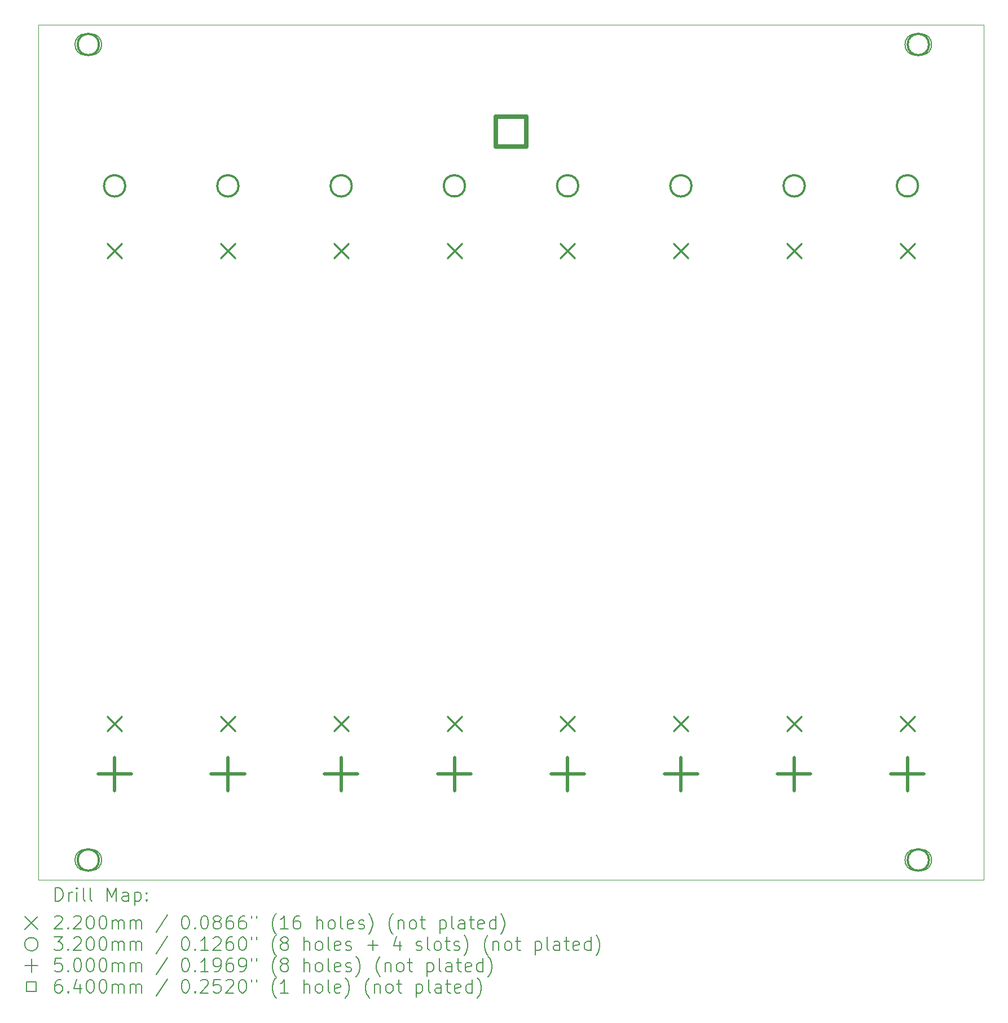
<source format=gbr>
%TF.GenerationSoftware,KiCad,Pcbnew,7.0.8*%
%TF.CreationDate,2024-02-26T10:42:45-05:00*%
%TF.ProjectId,lichen-freddie-panel,6c696368-656e-42d6-9672-65646469652d,1.0*%
%TF.SameCoordinates,Original*%
%TF.FileFunction,Drillmap*%
%TF.FilePolarity,Positive*%
%FSLAX45Y45*%
G04 Gerber Fmt 4.5, Leading zero omitted, Abs format (unit mm)*
G04 Created by KiCad (PCBNEW 7.0.8) date 2024-02-26 10:42:45*
%MOMM*%
%LPD*%
G01*
G04 APERTURE LIST*
%ADD10C,0.100000*%
%ADD11C,0.200000*%
%ADD12C,0.220000*%
%ADD13C,0.320000*%
%ADD14C,0.500000*%
%ADD15C,0.640000*%
G04 APERTURE END LIST*
D10*
X10000000Y-10000000D02*
X24190000Y-10000000D01*
X24190000Y-22850000D01*
X10000000Y-22850000D01*
X10000000Y-10000000D01*
D11*
D12*
X11035000Y-13290800D02*
X11255000Y-13510800D01*
X11255000Y-13290800D02*
X11035000Y-13510800D01*
X11035000Y-20390800D02*
X11255000Y-20610800D01*
X11255000Y-20390800D02*
X11035000Y-20610800D01*
X12735000Y-13290800D02*
X12955000Y-13510800D01*
X12955000Y-13290800D02*
X12735000Y-13510800D01*
X12735000Y-20390800D02*
X12955000Y-20610800D01*
X12955000Y-20390800D02*
X12735000Y-20610800D01*
X14435000Y-13290800D02*
X14655000Y-13510800D01*
X14655000Y-13290800D02*
X14435000Y-13510800D01*
X14435000Y-20390800D02*
X14655000Y-20610800D01*
X14655000Y-20390800D02*
X14435000Y-20610800D01*
X16135000Y-13290800D02*
X16355000Y-13510800D01*
X16355000Y-13290800D02*
X16135000Y-13510800D01*
X16135000Y-20390800D02*
X16355000Y-20610800D01*
X16355000Y-20390800D02*
X16135000Y-20610800D01*
X17835000Y-13290800D02*
X18055000Y-13510800D01*
X18055000Y-13290800D02*
X17835000Y-13510800D01*
X17835000Y-20390800D02*
X18055000Y-20610800D01*
X18055000Y-20390800D02*
X17835000Y-20610800D01*
X19535000Y-13290800D02*
X19755000Y-13510800D01*
X19755000Y-13290800D02*
X19535000Y-13510800D01*
X19535000Y-20390800D02*
X19755000Y-20610800D01*
X19755000Y-20390800D02*
X19535000Y-20610800D01*
X21235000Y-13290800D02*
X21455000Y-13510800D01*
X21455000Y-13290800D02*
X21235000Y-13510800D01*
X21235000Y-20390800D02*
X21455000Y-20610800D01*
X21455000Y-20390800D02*
X21235000Y-20610800D01*
X22935000Y-13290800D02*
X23155000Y-13510800D01*
X23155000Y-13290800D02*
X22935000Y-13510800D01*
X22935000Y-20390800D02*
X23155000Y-20610800D01*
X23155000Y-20390800D02*
X22935000Y-20610800D01*
D13*
X10910000Y-10300000D02*
G75*
G03*
X10910000Y-10300000I-160000J0D01*
G01*
D11*
X10710000Y-10460000D02*
X10790000Y-10460000D01*
X10790000Y-10460000D02*
G75*
G03*
X10790000Y-10140000I0J160000D01*
G01*
X10790000Y-10140000D02*
X10710000Y-10140000D01*
X10710000Y-10140000D02*
G75*
G03*
X10710000Y-10460000I0J-160000D01*
G01*
D13*
X10910000Y-22550000D02*
G75*
G03*
X10910000Y-22550000I-160000J0D01*
G01*
D11*
X10710000Y-22710000D02*
X10790000Y-22710000D01*
X10790000Y-22710000D02*
G75*
G03*
X10790000Y-22390000I0J160000D01*
G01*
X10790000Y-22390000D02*
X10710000Y-22390000D01*
X10710000Y-22390000D02*
G75*
G03*
X10710000Y-22710000I0J-160000D01*
G01*
D13*
X11305000Y-12423400D02*
G75*
G03*
X11305000Y-12423400I-160000J0D01*
G01*
X13005000Y-12423400D02*
G75*
G03*
X13005000Y-12423400I-160000J0D01*
G01*
X14705000Y-12423400D02*
G75*
G03*
X14705000Y-12423400I-160000J0D01*
G01*
X16405000Y-12423400D02*
G75*
G03*
X16405000Y-12423400I-160000J0D01*
G01*
X18105000Y-12423400D02*
G75*
G03*
X18105000Y-12423400I-160000J0D01*
G01*
X19805000Y-12423400D02*
G75*
G03*
X19805000Y-12423400I-160000J0D01*
G01*
X21505000Y-12423400D02*
G75*
G03*
X21505000Y-12423400I-160000J0D01*
G01*
X23205000Y-12423400D02*
G75*
G03*
X23205000Y-12423400I-160000J0D01*
G01*
X23368000Y-10300000D02*
G75*
G03*
X23368000Y-10300000I-160000J0D01*
G01*
D11*
X23248000Y-10140000D02*
X23168000Y-10140000D01*
X23168000Y-10140000D02*
G75*
G03*
X23168000Y-10460000I0J-160000D01*
G01*
X23168000Y-10460000D02*
X23248000Y-10460000D01*
X23248000Y-10460000D02*
G75*
G03*
X23248000Y-10140000I0J160000D01*
G01*
D13*
X23368000Y-22550000D02*
G75*
G03*
X23368000Y-22550000I-160000J0D01*
G01*
D11*
X23248000Y-22390000D02*
X23168000Y-22390000D01*
X23168000Y-22390000D02*
G75*
G03*
X23168000Y-22710000I0J-160000D01*
G01*
X23168000Y-22710000D02*
X23248000Y-22710000D01*
X23248000Y-22710000D02*
G75*
G03*
X23248000Y-22390000I0J160000D01*
G01*
D14*
X11145000Y-21007700D02*
X11145000Y-21507700D01*
X10895000Y-21257700D02*
X11395000Y-21257700D01*
X12845000Y-21007700D02*
X12845000Y-21507700D01*
X12595000Y-21257700D02*
X13095000Y-21257700D01*
X14545000Y-21007700D02*
X14545000Y-21507700D01*
X14295000Y-21257700D02*
X14795000Y-21257700D01*
X16245000Y-21007700D02*
X16245000Y-21507700D01*
X15995000Y-21257700D02*
X16495000Y-21257700D01*
X17945000Y-21007700D02*
X17945000Y-21507700D01*
X17695000Y-21257700D02*
X18195000Y-21257700D01*
X19645000Y-21007700D02*
X19645000Y-21507700D01*
X19395000Y-21257700D02*
X19895000Y-21257700D01*
X21345000Y-21007700D02*
X21345000Y-21507700D01*
X21095000Y-21257700D02*
X21595000Y-21257700D01*
X23045000Y-21007700D02*
X23045000Y-21507700D01*
X22795000Y-21257700D02*
X23295000Y-21257700D01*
D15*
X17321276Y-11837076D02*
X17321276Y-11384524D01*
X16868724Y-11384524D01*
X16868724Y-11837076D01*
X17321276Y-11837076D01*
D11*
X10255777Y-23166484D02*
X10255777Y-22966484D01*
X10255777Y-22966484D02*
X10303396Y-22966484D01*
X10303396Y-22966484D02*
X10331967Y-22976008D01*
X10331967Y-22976008D02*
X10351015Y-22995055D01*
X10351015Y-22995055D02*
X10360539Y-23014103D01*
X10360539Y-23014103D02*
X10370063Y-23052198D01*
X10370063Y-23052198D02*
X10370063Y-23080769D01*
X10370063Y-23080769D02*
X10360539Y-23118865D01*
X10360539Y-23118865D02*
X10351015Y-23137912D01*
X10351015Y-23137912D02*
X10331967Y-23156960D01*
X10331967Y-23156960D02*
X10303396Y-23166484D01*
X10303396Y-23166484D02*
X10255777Y-23166484D01*
X10455777Y-23166484D02*
X10455777Y-23033150D01*
X10455777Y-23071246D02*
X10465301Y-23052198D01*
X10465301Y-23052198D02*
X10474824Y-23042674D01*
X10474824Y-23042674D02*
X10493872Y-23033150D01*
X10493872Y-23033150D02*
X10512920Y-23033150D01*
X10579586Y-23166484D02*
X10579586Y-23033150D01*
X10579586Y-22966484D02*
X10570063Y-22976008D01*
X10570063Y-22976008D02*
X10579586Y-22985531D01*
X10579586Y-22985531D02*
X10589110Y-22976008D01*
X10589110Y-22976008D02*
X10579586Y-22966484D01*
X10579586Y-22966484D02*
X10579586Y-22985531D01*
X10703396Y-23166484D02*
X10684348Y-23156960D01*
X10684348Y-23156960D02*
X10674824Y-23137912D01*
X10674824Y-23137912D02*
X10674824Y-22966484D01*
X10808158Y-23166484D02*
X10789110Y-23156960D01*
X10789110Y-23156960D02*
X10779586Y-23137912D01*
X10779586Y-23137912D02*
X10779586Y-22966484D01*
X11036729Y-23166484D02*
X11036729Y-22966484D01*
X11036729Y-22966484D02*
X11103396Y-23109341D01*
X11103396Y-23109341D02*
X11170063Y-22966484D01*
X11170063Y-22966484D02*
X11170063Y-23166484D01*
X11351015Y-23166484D02*
X11351015Y-23061722D01*
X11351015Y-23061722D02*
X11341491Y-23042674D01*
X11341491Y-23042674D02*
X11322443Y-23033150D01*
X11322443Y-23033150D02*
X11284348Y-23033150D01*
X11284348Y-23033150D02*
X11265301Y-23042674D01*
X11351015Y-23156960D02*
X11331967Y-23166484D01*
X11331967Y-23166484D02*
X11284348Y-23166484D01*
X11284348Y-23166484D02*
X11265301Y-23156960D01*
X11265301Y-23156960D02*
X11255777Y-23137912D01*
X11255777Y-23137912D02*
X11255777Y-23118865D01*
X11255777Y-23118865D02*
X11265301Y-23099817D01*
X11265301Y-23099817D02*
X11284348Y-23090293D01*
X11284348Y-23090293D02*
X11331967Y-23090293D01*
X11331967Y-23090293D02*
X11351015Y-23080769D01*
X11446253Y-23033150D02*
X11446253Y-23233150D01*
X11446253Y-23042674D02*
X11465301Y-23033150D01*
X11465301Y-23033150D02*
X11503396Y-23033150D01*
X11503396Y-23033150D02*
X11522443Y-23042674D01*
X11522443Y-23042674D02*
X11531967Y-23052198D01*
X11531967Y-23052198D02*
X11541491Y-23071246D01*
X11541491Y-23071246D02*
X11541491Y-23128388D01*
X11541491Y-23128388D02*
X11531967Y-23147436D01*
X11531967Y-23147436D02*
X11522443Y-23156960D01*
X11522443Y-23156960D02*
X11503396Y-23166484D01*
X11503396Y-23166484D02*
X11465301Y-23166484D01*
X11465301Y-23166484D02*
X11446253Y-23156960D01*
X11627205Y-23147436D02*
X11636729Y-23156960D01*
X11636729Y-23156960D02*
X11627205Y-23166484D01*
X11627205Y-23166484D02*
X11617682Y-23156960D01*
X11617682Y-23156960D02*
X11627205Y-23147436D01*
X11627205Y-23147436D02*
X11627205Y-23166484D01*
X11627205Y-23042674D02*
X11636729Y-23052198D01*
X11636729Y-23052198D02*
X11627205Y-23061722D01*
X11627205Y-23061722D02*
X11617682Y-23052198D01*
X11617682Y-23052198D02*
X11627205Y-23042674D01*
X11627205Y-23042674D02*
X11627205Y-23061722D01*
X9795000Y-23395000D02*
X9995000Y-23595000D01*
X9995000Y-23395000D02*
X9795000Y-23595000D01*
X10246253Y-23405531D02*
X10255777Y-23396008D01*
X10255777Y-23396008D02*
X10274824Y-23386484D01*
X10274824Y-23386484D02*
X10322444Y-23386484D01*
X10322444Y-23386484D02*
X10341491Y-23396008D01*
X10341491Y-23396008D02*
X10351015Y-23405531D01*
X10351015Y-23405531D02*
X10360539Y-23424579D01*
X10360539Y-23424579D02*
X10360539Y-23443627D01*
X10360539Y-23443627D02*
X10351015Y-23472198D01*
X10351015Y-23472198D02*
X10236729Y-23586484D01*
X10236729Y-23586484D02*
X10360539Y-23586484D01*
X10446253Y-23567436D02*
X10455777Y-23576960D01*
X10455777Y-23576960D02*
X10446253Y-23586484D01*
X10446253Y-23586484D02*
X10436729Y-23576960D01*
X10436729Y-23576960D02*
X10446253Y-23567436D01*
X10446253Y-23567436D02*
X10446253Y-23586484D01*
X10531967Y-23405531D02*
X10541491Y-23396008D01*
X10541491Y-23396008D02*
X10560539Y-23386484D01*
X10560539Y-23386484D02*
X10608158Y-23386484D01*
X10608158Y-23386484D02*
X10627205Y-23396008D01*
X10627205Y-23396008D02*
X10636729Y-23405531D01*
X10636729Y-23405531D02*
X10646253Y-23424579D01*
X10646253Y-23424579D02*
X10646253Y-23443627D01*
X10646253Y-23443627D02*
X10636729Y-23472198D01*
X10636729Y-23472198D02*
X10522444Y-23586484D01*
X10522444Y-23586484D02*
X10646253Y-23586484D01*
X10770063Y-23386484D02*
X10789110Y-23386484D01*
X10789110Y-23386484D02*
X10808158Y-23396008D01*
X10808158Y-23396008D02*
X10817682Y-23405531D01*
X10817682Y-23405531D02*
X10827205Y-23424579D01*
X10827205Y-23424579D02*
X10836729Y-23462674D01*
X10836729Y-23462674D02*
X10836729Y-23510293D01*
X10836729Y-23510293D02*
X10827205Y-23548388D01*
X10827205Y-23548388D02*
X10817682Y-23567436D01*
X10817682Y-23567436D02*
X10808158Y-23576960D01*
X10808158Y-23576960D02*
X10789110Y-23586484D01*
X10789110Y-23586484D02*
X10770063Y-23586484D01*
X10770063Y-23586484D02*
X10751015Y-23576960D01*
X10751015Y-23576960D02*
X10741491Y-23567436D01*
X10741491Y-23567436D02*
X10731967Y-23548388D01*
X10731967Y-23548388D02*
X10722444Y-23510293D01*
X10722444Y-23510293D02*
X10722444Y-23462674D01*
X10722444Y-23462674D02*
X10731967Y-23424579D01*
X10731967Y-23424579D02*
X10741491Y-23405531D01*
X10741491Y-23405531D02*
X10751015Y-23396008D01*
X10751015Y-23396008D02*
X10770063Y-23386484D01*
X10960539Y-23386484D02*
X10979586Y-23386484D01*
X10979586Y-23386484D02*
X10998634Y-23396008D01*
X10998634Y-23396008D02*
X11008158Y-23405531D01*
X11008158Y-23405531D02*
X11017682Y-23424579D01*
X11017682Y-23424579D02*
X11027205Y-23462674D01*
X11027205Y-23462674D02*
X11027205Y-23510293D01*
X11027205Y-23510293D02*
X11017682Y-23548388D01*
X11017682Y-23548388D02*
X11008158Y-23567436D01*
X11008158Y-23567436D02*
X10998634Y-23576960D01*
X10998634Y-23576960D02*
X10979586Y-23586484D01*
X10979586Y-23586484D02*
X10960539Y-23586484D01*
X10960539Y-23586484D02*
X10941491Y-23576960D01*
X10941491Y-23576960D02*
X10931967Y-23567436D01*
X10931967Y-23567436D02*
X10922444Y-23548388D01*
X10922444Y-23548388D02*
X10912920Y-23510293D01*
X10912920Y-23510293D02*
X10912920Y-23462674D01*
X10912920Y-23462674D02*
X10922444Y-23424579D01*
X10922444Y-23424579D02*
X10931967Y-23405531D01*
X10931967Y-23405531D02*
X10941491Y-23396008D01*
X10941491Y-23396008D02*
X10960539Y-23386484D01*
X11112920Y-23586484D02*
X11112920Y-23453150D01*
X11112920Y-23472198D02*
X11122444Y-23462674D01*
X11122444Y-23462674D02*
X11141491Y-23453150D01*
X11141491Y-23453150D02*
X11170063Y-23453150D01*
X11170063Y-23453150D02*
X11189110Y-23462674D01*
X11189110Y-23462674D02*
X11198634Y-23481722D01*
X11198634Y-23481722D02*
X11198634Y-23586484D01*
X11198634Y-23481722D02*
X11208158Y-23462674D01*
X11208158Y-23462674D02*
X11227205Y-23453150D01*
X11227205Y-23453150D02*
X11255777Y-23453150D01*
X11255777Y-23453150D02*
X11274824Y-23462674D01*
X11274824Y-23462674D02*
X11284348Y-23481722D01*
X11284348Y-23481722D02*
X11284348Y-23586484D01*
X11379586Y-23586484D02*
X11379586Y-23453150D01*
X11379586Y-23472198D02*
X11389110Y-23462674D01*
X11389110Y-23462674D02*
X11408158Y-23453150D01*
X11408158Y-23453150D02*
X11436729Y-23453150D01*
X11436729Y-23453150D02*
X11455777Y-23462674D01*
X11455777Y-23462674D02*
X11465301Y-23481722D01*
X11465301Y-23481722D02*
X11465301Y-23586484D01*
X11465301Y-23481722D02*
X11474824Y-23462674D01*
X11474824Y-23462674D02*
X11493872Y-23453150D01*
X11493872Y-23453150D02*
X11522443Y-23453150D01*
X11522443Y-23453150D02*
X11541491Y-23462674D01*
X11541491Y-23462674D02*
X11551015Y-23481722D01*
X11551015Y-23481722D02*
X11551015Y-23586484D01*
X11941491Y-23376960D02*
X11770063Y-23634103D01*
X12198634Y-23386484D02*
X12217682Y-23386484D01*
X12217682Y-23386484D02*
X12236729Y-23396008D01*
X12236729Y-23396008D02*
X12246253Y-23405531D01*
X12246253Y-23405531D02*
X12255777Y-23424579D01*
X12255777Y-23424579D02*
X12265301Y-23462674D01*
X12265301Y-23462674D02*
X12265301Y-23510293D01*
X12265301Y-23510293D02*
X12255777Y-23548388D01*
X12255777Y-23548388D02*
X12246253Y-23567436D01*
X12246253Y-23567436D02*
X12236729Y-23576960D01*
X12236729Y-23576960D02*
X12217682Y-23586484D01*
X12217682Y-23586484D02*
X12198634Y-23586484D01*
X12198634Y-23586484D02*
X12179586Y-23576960D01*
X12179586Y-23576960D02*
X12170063Y-23567436D01*
X12170063Y-23567436D02*
X12160539Y-23548388D01*
X12160539Y-23548388D02*
X12151015Y-23510293D01*
X12151015Y-23510293D02*
X12151015Y-23462674D01*
X12151015Y-23462674D02*
X12160539Y-23424579D01*
X12160539Y-23424579D02*
X12170063Y-23405531D01*
X12170063Y-23405531D02*
X12179586Y-23396008D01*
X12179586Y-23396008D02*
X12198634Y-23386484D01*
X12351015Y-23567436D02*
X12360539Y-23576960D01*
X12360539Y-23576960D02*
X12351015Y-23586484D01*
X12351015Y-23586484D02*
X12341491Y-23576960D01*
X12341491Y-23576960D02*
X12351015Y-23567436D01*
X12351015Y-23567436D02*
X12351015Y-23586484D01*
X12484348Y-23386484D02*
X12503396Y-23386484D01*
X12503396Y-23386484D02*
X12522444Y-23396008D01*
X12522444Y-23396008D02*
X12531967Y-23405531D01*
X12531967Y-23405531D02*
X12541491Y-23424579D01*
X12541491Y-23424579D02*
X12551015Y-23462674D01*
X12551015Y-23462674D02*
X12551015Y-23510293D01*
X12551015Y-23510293D02*
X12541491Y-23548388D01*
X12541491Y-23548388D02*
X12531967Y-23567436D01*
X12531967Y-23567436D02*
X12522444Y-23576960D01*
X12522444Y-23576960D02*
X12503396Y-23586484D01*
X12503396Y-23586484D02*
X12484348Y-23586484D01*
X12484348Y-23586484D02*
X12465301Y-23576960D01*
X12465301Y-23576960D02*
X12455777Y-23567436D01*
X12455777Y-23567436D02*
X12446253Y-23548388D01*
X12446253Y-23548388D02*
X12436729Y-23510293D01*
X12436729Y-23510293D02*
X12436729Y-23462674D01*
X12436729Y-23462674D02*
X12446253Y-23424579D01*
X12446253Y-23424579D02*
X12455777Y-23405531D01*
X12455777Y-23405531D02*
X12465301Y-23396008D01*
X12465301Y-23396008D02*
X12484348Y-23386484D01*
X12665301Y-23472198D02*
X12646253Y-23462674D01*
X12646253Y-23462674D02*
X12636729Y-23453150D01*
X12636729Y-23453150D02*
X12627206Y-23434103D01*
X12627206Y-23434103D02*
X12627206Y-23424579D01*
X12627206Y-23424579D02*
X12636729Y-23405531D01*
X12636729Y-23405531D02*
X12646253Y-23396008D01*
X12646253Y-23396008D02*
X12665301Y-23386484D01*
X12665301Y-23386484D02*
X12703396Y-23386484D01*
X12703396Y-23386484D02*
X12722444Y-23396008D01*
X12722444Y-23396008D02*
X12731967Y-23405531D01*
X12731967Y-23405531D02*
X12741491Y-23424579D01*
X12741491Y-23424579D02*
X12741491Y-23434103D01*
X12741491Y-23434103D02*
X12731967Y-23453150D01*
X12731967Y-23453150D02*
X12722444Y-23462674D01*
X12722444Y-23462674D02*
X12703396Y-23472198D01*
X12703396Y-23472198D02*
X12665301Y-23472198D01*
X12665301Y-23472198D02*
X12646253Y-23481722D01*
X12646253Y-23481722D02*
X12636729Y-23491246D01*
X12636729Y-23491246D02*
X12627206Y-23510293D01*
X12627206Y-23510293D02*
X12627206Y-23548388D01*
X12627206Y-23548388D02*
X12636729Y-23567436D01*
X12636729Y-23567436D02*
X12646253Y-23576960D01*
X12646253Y-23576960D02*
X12665301Y-23586484D01*
X12665301Y-23586484D02*
X12703396Y-23586484D01*
X12703396Y-23586484D02*
X12722444Y-23576960D01*
X12722444Y-23576960D02*
X12731967Y-23567436D01*
X12731967Y-23567436D02*
X12741491Y-23548388D01*
X12741491Y-23548388D02*
X12741491Y-23510293D01*
X12741491Y-23510293D02*
X12731967Y-23491246D01*
X12731967Y-23491246D02*
X12722444Y-23481722D01*
X12722444Y-23481722D02*
X12703396Y-23472198D01*
X12912920Y-23386484D02*
X12874825Y-23386484D01*
X12874825Y-23386484D02*
X12855777Y-23396008D01*
X12855777Y-23396008D02*
X12846253Y-23405531D01*
X12846253Y-23405531D02*
X12827206Y-23434103D01*
X12827206Y-23434103D02*
X12817682Y-23472198D01*
X12817682Y-23472198D02*
X12817682Y-23548388D01*
X12817682Y-23548388D02*
X12827206Y-23567436D01*
X12827206Y-23567436D02*
X12836729Y-23576960D01*
X12836729Y-23576960D02*
X12855777Y-23586484D01*
X12855777Y-23586484D02*
X12893872Y-23586484D01*
X12893872Y-23586484D02*
X12912920Y-23576960D01*
X12912920Y-23576960D02*
X12922444Y-23567436D01*
X12922444Y-23567436D02*
X12931967Y-23548388D01*
X12931967Y-23548388D02*
X12931967Y-23500769D01*
X12931967Y-23500769D02*
X12922444Y-23481722D01*
X12922444Y-23481722D02*
X12912920Y-23472198D01*
X12912920Y-23472198D02*
X12893872Y-23462674D01*
X12893872Y-23462674D02*
X12855777Y-23462674D01*
X12855777Y-23462674D02*
X12836729Y-23472198D01*
X12836729Y-23472198D02*
X12827206Y-23481722D01*
X12827206Y-23481722D02*
X12817682Y-23500769D01*
X13103396Y-23386484D02*
X13065301Y-23386484D01*
X13065301Y-23386484D02*
X13046253Y-23396008D01*
X13046253Y-23396008D02*
X13036729Y-23405531D01*
X13036729Y-23405531D02*
X13017682Y-23434103D01*
X13017682Y-23434103D02*
X13008158Y-23472198D01*
X13008158Y-23472198D02*
X13008158Y-23548388D01*
X13008158Y-23548388D02*
X13017682Y-23567436D01*
X13017682Y-23567436D02*
X13027206Y-23576960D01*
X13027206Y-23576960D02*
X13046253Y-23586484D01*
X13046253Y-23586484D02*
X13084348Y-23586484D01*
X13084348Y-23586484D02*
X13103396Y-23576960D01*
X13103396Y-23576960D02*
X13112920Y-23567436D01*
X13112920Y-23567436D02*
X13122444Y-23548388D01*
X13122444Y-23548388D02*
X13122444Y-23500769D01*
X13122444Y-23500769D02*
X13112920Y-23481722D01*
X13112920Y-23481722D02*
X13103396Y-23472198D01*
X13103396Y-23472198D02*
X13084348Y-23462674D01*
X13084348Y-23462674D02*
X13046253Y-23462674D01*
X13046253Y-23462674D02*
X13027206Y-23472198D01*
X13027206Y-23472198D02*
X13017682Y-23481722D01*
X13017682Y-23481722D02*
X13008158Y-23500769D01*
X13198634Y-23386484D02*
X13198634Y-23424579D01*
X13274825Y-23386484D02*
X13274825Y-23424579D01*
X13570063Y-23662674D02*
X13560539Y-23653150D01*
X13560539Y-23653150D02*
X13541491Y-23624579D01*
X13541491Y-23624579D02*
X13531968Y-23605531D01*
X13531968Y-23605531D02*
X13522444Y-23576960D01*
X13522444Y-23576960D02*
X13512920Y-23529341D01*
X13512920Y-23529341D02*
X13512920Y-23491246D01*
X13512920Y-23491246D02*
X13522444Y-23443627D01*
X13522444Y-23443627D02*
X13531968Y-23415055D01*
X13531968Y-23415055D02*
X13541491Y-23396008D01*
X13541491Y-23396008D02*
X13560539Y-23367436D01*
X13560539Y-23367436D02*
X13570063Y-23357912D01*
X13751015Y-23586484D02*
X13636729Y-23586484D01*
X13693872Y-23586484D02*
X13693872Y-23386484D01*
X13693872Y-23386484D02*
X13674825Y-23415055D01*
X13674825Y-23415055D02*
X13655777Y-23434103D01*
X13655777Y-23434103D02*
X13636729Y-23443627D01*
X13922444Y-23386484D02*
X13884348Y-23386484D01*
X13884348Y-23386484D02*
X13865301Y-23396008D01*
X13865301Y-23396008D02*
X13855777Y-23405531D01*
X13855777Y-23405531D02*
X13836729Y-23434103D01*
X13836729Y-23434103D02*
X13827206Y-23472198D01*
X13827206Y-23472198D02*
X13827206Y-23548388D01*
X13827206Y-23548388D02*
X13836729Y-23567436D01*
X13836729Y-23567436D02*
X13846253Y-23576960D01*
X13846253Y-23576960D02*
X13865301Y-23586484D01*
X13865301Y-23586484D02*
X13903396Y-23586484D01*
X13903396Y-23586484D02*
X13922444Y-23576960D01*
X13922444Y-23576960D02*
X13931968Y-23567436D01*
X13931968Y-23567436D02*
X13941491Y-23548388D01*
X13941491Y-23548388D02*
X13941491Y-23500769D01*
X13941491Y-23500769D02*
X13931968Y-23481722D01*
X13931968Y-23481722D02*
X13922444Y-23472198D01*
X13922444Y-23472198D02*
X13903396Y-23462674D01*
X13903396Y-23462674D02*
X13865301Y-23462674D01*
X13865301Y-23462674D02*
X13846253Y-23472198D01*
X13846253Y-23472198D02*
X13836729Y-23481722D01*
X13836729Y-23481722D02*
X13827206Y-23500769D01*
X14179587Y-23586484D02*
X14179587Y-23386484D01*
X14265301Y-23586484D02*
X14265301Y-23481722D01*
X14265301Y-23481722D02*
X14255777Y-23462674D01*
X14255777Y-23462674D02*
X14236730Y-23453150D01*
X14236730Y-23453150D02*
X14208158Y-23453150D01*
X14208158Y-23453150D02*
X14189110Y-23462674D01*
X14189110Y-23462674D02*
X14179587Y-23472198D01*
X14389110Y-23586484D02*
X14370063Y-23576960D01*
X14370063Y-23576960D02*
X14360539Y-23567436D01*
X14360539Y-23567436D02*
X14351015Y-23548388D01*
X14351015Y-23548388D02*
X14351015Y-23491246D01*
X14351015Y-23491246D02*
X14360539Y-23472198D01*
X14360539Y-23472198D02*
X14370063Y-23462674D01*
X14370063Y-23462674D02*
X14389110Y-23453150D01*
X14389110Y-23453150D02*
X14417682Y-23453150D01*
X14417682Y-23453150D02*
X14436730Y-23462674D01*
X14436730Y-23462674D02*
X14446253Y-23472198D01*
X14446253Y-23472198D02*
X14455777Y-23491246D01*
X14455777Y-23491246D02*
X14455777Y-23548388D01*
X14455777Y-23548388D02*
X14446253Y-23567436D01*
X14446253Y-23567436D02*
X14436730Y-23576960D01*
X14436730Y-23576960D02*
X14417682Y-23586484D01*
X14417682Y-23586484D02*
X14389110Y-23586484D01*
X14570063Y-23586484D02*
X14551015Y-23576960D01*
X14551015Y-23576960D02*
X14541491Y-23557912D01*
X14541491Y-23557912D02*
X14541491Y-23386484D01*
X14722444Y-23576960D02*
X14703396Y-23586484D01*
X14703396Y-23586484D02*
X14665301Y-23586484D01*
X14665301Y-23586484D02*
X14646253Y-23576960D01*
X14646253Y-23576960D02*
X14636730Y-23557912D01*
X14636730Y-23557912D02*
X14636730Y-23481722D01*
X14636730Y-23481722D02*
X14646253Y-23462674D01*
X14646253Y-23462674D02*
X14665301Y-23453150D01*
X14665301Y-23453150D02*
X14703396Y-23453150D01*
X14703396Y-23453150D02*
X14722444Y-23462674D01*
X14722444Y-23462674D02*
X14731968Y-23481722D01*
X14731968Y-23481722D02*
X14731968Y-23500769D01*
X14731968Y-23500769D02*
X14636730Y-23519817D01*
X14808158Y-23576960D02*
X14827206Y-23586484D01*
X14827206Y-23586484D02*
X14865301Y-23586484D01*
X14865301Y-23586484D02*
X14884349Y-23576960D01*
X14884349Y-23576960D02*
X14893872Y-23557912D01*
X14893872Y-23557912D02*
X14893872Y-23548388D01*
X14893872Y-23548388D02*
X14884349Y-23529341D01*
X14884349Y-23529341D02*
X14865301Y-23519817D01*
X14865301Y-23519817D02*
X14836730Y-23519817D01*
X14836730Y-23519817D02*
X14817682Y-23510293D01*
X14817682Y-23510293D02*
X14808158Y-23491246D01*
X14808158Y-23491246D02*
X14808158Y-23481722D01*
X14808158Y-23481722D02*
X14817682Y-23462674D01*
X14817682Y-23462674D02*
X14836730Y-23453150D01*
X14836730Y-23453150D02*
X14865301Y-23453150D01*
X14865301Y-23453150D02*
X14884349Y-23462674D01*
X14960539Y-23662674D02*
X14970063Y-23653150D01*
X14970063Y-23653150D02*
X14989111Y-23624579D01*
X14989111Y-23624579D02*
X14998634Y-23605531D01*
X14998634Y-23605531D02*
X15008158Y-23576960D01*
X15008158Y-23576960D02*
X15017682Y-23529341D01*
X15017682Y-23529341D02*
X15017682Y-23491246D01*
X15017682Y-23491246D02*
X15008158Y-23443627D01*
X15008158Y-23443627D02*
X14998634Y-23415055D01*
X14998634Y-23415055D02*
X14989111Y-23396008D01*
X14989111Y-23396008D02*
X14970063Y-23367436D01*
X14970063Y-23367436D02*
X14960539Y-23357912D01*
X15322444Y-23662674D02*
X15312920Y-23653150D01*
X15312920Y-23653150D02*
X15293872Y-23624579D01*
X15293872Y-23624579D02*
X15284349Y-23605531D01*
X15284349Y-23605531D02*
X15274825Y-23576960D01*
X15274825Y-23576960D02*
X15265301Y-23529341D01*
X15265301Y-23529341D02*
X15265301Y-23491246D01*
X15265301Y-23491246D02*
X15274825Y-23443627D01*
X15274825Y-23443627D02*
X15284349Y-23415055D01*
X15284349Y-23415055D02*
X15293872Y-23396008D01*
X15293872Y-23396008D02*
X15312920Y-23367436D01*
X15312920Y-23367436D02*
X15322444Y-23357912D01*
X15398634Y-23453150D02*
X15398634Y-23586484D01*
X15398634Y-23472198D02*
X15408158Y-23462674D01*
X15408158Y-23462674D02*
X15427206Y-23453150D01*
X15427206Y-23453150D02*
X15455777Y-23453150D01*
X15455777Y-23453150D02*
X15474825Y-23462674D01*
X15474825Y-23462674D02*
X15484349Y-23481722D01*
X15484349Y-23481722D02*
X15484349Y-23586484D01*
X15608158Y-23586484D02*
X15589111Y-23576960D01*
X15589111Y-23576960D02*
X15579587Y-23567436D01*
X15579587Y-23567436D02*
X15570063Y-23548388D01*
X15570063Y-23548388D02*
X15570063Y-23491246D01*
X15570063Y-23491246D02*
X15579587Y-23472198D01*
X15579587Y-23472198D02*
X15589111Y-23462674D01*
X15589111Y-23462674D02*
X15608158Y-23453150D01*
X15608158Y-23453150D02*
X15636730Y-23453150D01*
X15636730Y-23453150D02*
X15655777Y-23462674D01*
X15655777Y-23462674D02*
X15665301Y-23472198D01*
X15665301Y-23472198D02*
X15674825Y-23491246D01*
X15674825Y-23491246D02*
X15674825Y-23548388D01*
X15674825Y-23548388D02*
X15665301Y-23567436D01*
X15665301Y-23567436D02*
X15655777Y-23576960D01*
X15655777Y-23576960D02*
X15636730Y-23586484D01*
X15636730Y-23586484D02*
X15608158Y-23586484D01*
X15731968Y-23453150D02*
X15808158Y-23453150D01*
X15760539Y-23386484D02*
X15760539Y-23557912D01*
X15760539Y-23557912D02*
X15770063Y-23576960D01*
X15770063Y-23576960D02*
X15789111Y-23586484D01*
X15789111Y-23586484D02*
X15808158Y-23586484D01*
X16027206Y-23453150D02*
X16027206Y-23653150D01*
X16027206Y-23462674D02*
X16046253Y-23453150D01*
X16046253Y-23453150D02*
X16084349Y-23453150D01*
X16084349Y-23453150D02*
X16103396Y-23462674D01*
X16103396Y-23462674D02*
X16112920Y-23472198D01*
X16112920Y-23472198D02*
X16122444Y-23491246D01*
X16122444Y-23491246D02*
X16122444Y-23548388D01*
X16122444Y-23548388D02*
X16112920Y-23567436D01*
X16112920Y-23567436D02*
X16103396Y-23576960D01*
X16103396Y-23576960D02*
X16084349Y-23586484D01*
X16084349Y-23586484D02*
X16046253Y-23586484D01*
X16046253Y-23586484D02*
X16027206Y-23576960D01*
X16236730Y-23586484D02*
X16217682Y-23576960D01*
X16217682Y-23576960D02*
X16208158Y-23557912D01*
X16208158Y-23557912D02*
X16208158Y-23386484D01*
X16398634Y-23586484D02*
X16398634Y-23481722D01*
X16398634Y-23481722D02*
X16389111Y-23462674D01*
X16389111Y-23462674D02*
X16370063Y-23453150D01*
X16370063Y-23453150D02*
X16331968Y-23453150D01*
X16331968Y-23453150D02*
X16312920Y-23462674D01*
X16398634Y-23576960D02*
X16379587Y-23586484D01*
X16379587Y-23586484D02*
X16331968Y-23586484D01*
X16331968Y-23586484D02*
X16312920Y-23576960D01*
X16312920Y-23576960D02*
X16303396Y-23557912D01*
X16303396Y-23557912D02*
X16303396Y-23538865D01*
X16303396Y-23538865D02*
X16312920Y-23519817D01*
X16312920Y-23519817D02*
X16331968Y-23510293D01*
X16331968Y-23510293D02*
X16379587Y-23510293D01*
X16379587Y-23510293D02*
X16398634Y-23500769D01*
X16465301Y-23453150D02*
X16541492Y-23453150D01*
X16493873Y-23386484D02*
X16493873Y-23557912D01*
X16493873Y-23557912D02*
X16503396Y-23576960D01*
X16503396Y-23576960D02*
X16522444Y-23586484D01*
X16522444Y-23586484D02*
X16541492Y-23586484D01*
X16684349Y-23576960D02*
X16665301Y-23586484D01*
X16665301Y-23586484D02*
X16627206Y-23586484D01*
X16627206Y-23586484D02*
X16608158Y-23576960D01*
X16608158Y-23576960D02*
X16598634Y-23557912D01*
X16598634Y-23557912D02*
X16598634Y-23481722D01*
X16598634Y-23481722D02*
X16608158Y-23462674D01*
X16608158Y-23462674D02*
X16627206Y-23453150D01*
X16627206Y-23453150D02*
X16665301Y-23453150D01*
X16665301Y-23453150D02*
X16684349Y-23462674D01*
X16684349Y-23462674D02*
X16693873Y-23481722D01*
X16693873Y-23481722D02*
X16693873Y-23500769D01*
X16693873Y-23500769D02*
X16598634Y-23519817D01*
X16865301Y-23586484D02*
X16865301Y-23386484D01*
X16865301Y-23576960D02*
X16846254Y-23586484D01*
X16846254Y-23586484D02*
X16808158Y-23586484D01*
X16808158Y-23586484D02*
X16789111Y-23576960D01*
X16789111Y-23576960D02*
X16779587Y-23567436D01*
X16779587Y-23567436D02*
X16770063Y-23548388D01*
X16770063Y-23548388D02*
X16770063Y-23491246D01*
X16770063Y-23491246D02*
X16779587Y-23472198D01*
X16779587Y-23472198D02*
X16789111Y-23462674D01*
X16789111Y-23462674D02*
X16808158Y-23453150D01*
X16808158Y-23453150D02*
X16846254Y-23453150D01*
X16846254Y-23453150D02*
X16865301Y-23462674D01*
X16941492Y-23662674D02*
X16951016Y-23653150D01*
X16951016Y-23653150D02*
X16970063Y-23624579D01*
X16970063Y-23624579D02*
X16979587Y-23605531D01*
X16979587Y-23605531D02*
X16989111Y-23576960D01*
X16989111Y-23576960D02*
X16998635Y-23529341D01*
X16998635Y-23529341D02*
X16998635Y-23491246D01*
X16998635Y-23491246D02*
X16989111Y-23443627D01*
X16989111Y-23443627D02*
X16979587Y-23415055D01*
X16979587Y-23415055D02*
X16970063Y-23396008D01*
X16970063Y-23396008D02*
X16951016Y-23367436D01*
X16951016Y-23367436D02*
X16941492Y-23357912D01*
X9995000Y-23815000D02*
G75*
G03*
X9995000Y-23815000I-100000J0D01*
G01*
X10236729Y-23706484D02*
X10360539Y-23706484D01*
X10360539Y-23706484D02*
X10293872Y-23782674D01*
X10293872Y-23782674D02*
X10322444Y-23782674D01*
X10322444Y-23782674D02*
X10341491Y-23792198D01*
X10341491Y-23792198D02*
X10351015Y-23801722D01*
X10351015Y-23801722D02*
X10360539Y-23820769D01*
X10360539Y-23820769D02*
X10360539Y-23868388D01*
X10360539Y-23868388D02*
X10351015Y-23887436D01*
X10351015Y-23887436D02*
X10341491Y-23896960D01*
X10341491Y-23896960D02*
X10322444Y-23906484D01*
X10322444Y-23906484D02*
X10265301Y-23906484D01*
X10265301Y-23906484D02*
X10246253Y-23896960D01*
X10246253Y-23896960D02*
X10236729Y-23887436D01*
X10446253Y-23887436D02*
X10455777Y-23896960D01*
X10455777Y-23896960D02*
X10446253Y-23906484D01*
X10446253Y-23906484D02*
X10436729Y-23896960D01*
X10436729Y-23896960D02*
X10446253Y-23887436D01*
X10446253Y-23887436D02*
X10446253Y-23906484D01*
X10531967Y-23725531D02*
X10541491Y-23716008D01*
X10541491Y-23716008D02*
X10560539Y-23706484D01*
X10560539Y-23706484D02*
X10608158Y-23706484D01*
X10608158Y-23706484D02*
X10627205Y-23716008D01*
X10627205Y-23716008D02*
X10636729Y-23725531D01*
X10636729Y-23725531D02*
X10646253Y-23744579D01*
X10646253Y-23744579D02*
X10646253Y-23763627D01*
X10646253Y-23763627D02*
X10636729Y-23792198D01*
X10636729Y-23792198D02*
X10522444Y-23906484D01*
X10522444Y-23906484D02*
X10646253Y-23906484D01*
X10770063Y-23706484D02*
X10789110Y-23706484D01*
X10789110Y-23706484D02*
X10808158Y-23716008D01*
X10808158Y-23716008D02*
X10817682Y-23725531D01*
X10817682Y-23725531D02*
X10827205Y-23744579D01*
X10827205Y-23744579D02*
X10836729Y-23782674D01*
X10836729Y-23782674D02*
X10836729Y-23830293D01*
X10836729Y-23830293D02*
X10827205Y-23868388D01*
X10827205Y-23868388D02*
X10817682Y-23887436D01*
X10817682Y-23887436D02*
X10808158Y-23896960D01*
X10808158Y-23896960D02*
X10789110Y-23906484D01*
X10789110Y-23906484D02*
X10770063Y-23906484D01*
X10770063Y-23906484D02*
X10751015Y-23896960D01*
X10751015Y-23896960D02*
X10741491Y-23887436D01*
X10741491Y-23887436D02*
X10731967Y-23868388D01*
X10731967Y-23868388D02*
X10722444Y-23830293D01*
X10722444Y-23830293D02*
X10722444Y-23782674D01*
X10722444Y-23782674D02*
X10731967Y-23744579D01*
X10731967Y-23744579D02*
X10741491Y-23725531D01*
X10741491Y-23725531D02*
X10751015Y-23716008D01*
X10751015Y-23716008D02*
X10770063Y-23706484D01*
X10960539Y-23706484D02*
X10979586Y-23706484D01*
X10979586Y-23706484D02*
X10998634Y-23716008D01*
X10998634Y-23716008D02*
X11008158Y-23725531D01*
X11008158Y-23725531D02*
X11017682Y-23744579D01*
X11017682Y-23744579D02*
X11027205Y-23782674D01*
X11027205Y-23782674D02*
X11027205Y-23830293D01*
X11027205Y-23830293D02*
X11017682Y-23868388D01*
X11017682Y-23868388D02*
X11008158Y-23887436D01*
X11008158Y-23887436D02*
X10998634Y-23896960D01*
X10998634Y-23896960D02*
X10979586Y-23906484D01*
X10979586Y-23906484D02*
X10960539Y-23906484D01*
X10960539Y-23906484D02*
X10941491Y-23896960D01*
X10941491Y-23896960D02*
X10931967Y-23887436D01*
X10931967Y-23887436D02*
X10922444Y-23868388D01*
X10922444Y-23868388D02*
X10912920Y-23830293D01*
X10912920Y-23830293D02*
X10912920Y-23782674D01*
X10912920Y-23782674D02*
X10922444Y-23744579D01*
X10922444Y-23744579D02*
X10931967Y-23725531D01*
X10931967Y-23725531D02*
X10941491Y-23716008D01*
X10941491Y-23716008D02*
X10960539Y-23706484D01*
X11112920Y-23906484D02*
X11112920Y-23773150D01*
X11112920Y-23792198D02*
X11122444Y-23782674D01*
X11122444Y-23782674D02*
X11141491Y-23773150D01*
X11141491Y-23773150D02*
X11170063Y-23773150D01*
X11170063Y-23773150D02*
X11189110Y-23782674D01*
X11189110Y-23782674D02*
X11198634Y-23801722D01*
X11198634Y-23801722D02*
X11198634Y-23906484D01*
X11198634Y-23801722D02*
X11208158Y-23782674D01*
X11208158Y-23782674D02*
X11227205Y-23773150D01*
X11227205Y-23773150D02*
X11255777Y-23773150D01*
X11255777Y-23773150D02*
X11274824Y-23782674D01*
X11274824Y-23782674D02*
X11284348Y-23801722D01*
X11284348Y-23801722D02*
X11284348Y-23906484D01*
X11379586Y-23906484D02*
X11379586Y-23773150D01*
X11379586Y-23792198D02*
X11389110Y-23782674D01*
X11389110Y-23782674D02*
X11408158Y-23773150D01*
X11408158Y-23773150D02*
X11436729Y-23773150D01*
X11436729Y-23773150D02*
X11455777Y-23782674D01*
X11455777Y-23782674D02*
X11465301Y-23801722D01*
X11465301Y-23801722D02*
X11465301Y-23906484D01*
X11465301Y-23801722D02*
X11474824Y-23782674D01*
X11474824Y-23782674D02*
X11493872Y-23773150D01*
X11493872Y-23773150D02*
X11522443Y-23773150D01*
X11522443Y-23773150D02*
X11541491Y-23782674D01*
X11541491Y-23782674D02*
X11551015Y-23801722D01*
X11551015Y-23801722D02*
X11551015Y-23906484D01*
X11941491Y-23696960D02*
X11770063Y-23954103D01*
X12198634Y-23706484D02*
X12217682Y-23706484D01*
X12217682Y-23706484D02*
X12236729Y-23716008D01*
X12236729Y-23716008D02*
X12246253Y-23725531D01*
X12246253Y-23725531D02*
X12255777Y-23744579D01*
X12255777Y-23744579D02*
X12265301Y-23782674D01*
X12265301Y-23782674D02*
X12265301Y-23830293D01*
X12265301Y-23830293D02*
X12255777Y-23868388D01*
X12255777Y-23868388D02*
X12246253Y-23887436D01*
X12246253Y-23887436D02*
X12236729Y-23896960D01*
X12236729Y-23896960D02*
X12217682Y-23906484D01*
X12217682Y-23906484D02*
X12198634Y-23906484D01*
X12198634Y-23906484D02*
X12179586Y-23896960D01*
X12179586Y-23896960D02*
X12170063Y-23887436D01*
X12170063Y-23887436D02*
X12160539Y-23868388D01*
X12160539Y-23868388D02*
X12151015Y-23830293D01*
X12151015Y-23830293D02*
X12151015Y-23782674D01*
X12151015Y-23782674D02*
X12160539Y-23744579D01*
X12160539Y-23744579D02*
X12170063Y-23725531D01*
X12170063Y-23725531D02*
X12179586Y-23716008D01*
X12179586Y-23716008D02*
X12198634Y-23706484D01*
X12351015Y-23887436D02*
X12360539Y-23896960D01*
X12360539Y-23896960D02*
X12351015Y-23906484D01*
X12351015Y-23906484D02*
X12341491Y-23896960D01*
X12341491Y-23896960D02*
X12351015Y-23887436D01*
X12351015Y-23887436D02*
X12351015Y-23906484D01*
X12551015Y-23906484D02*
X12436729Y-23906484D01*
X12493872Y-23906484D02*
X12493872Y-23706484D01*
X12493872Y-23706484D02*
X12474825Y-23735055D01*
X12474825Y-23735055D02*
X12455777Y-23754103D01*
X12455777Y-23754103D02*
X12436729Y-23763627D01*
X12627206Y-23725531D02*
X12636729Y-23716008D01*
X12636729Y-23716008D02*
X12655777Y-23706484D01*
X12655777Y-23706484D02*
X12703396Y-23706484D01*
X12703396Y-23706484D02*
X12722444Y-23716008D01*
X12722444Y-23716008D02*
X12731967Y-23725531D01*
X12731967Y-23725531D02*
X12741491Y-23744579D01*
X12741491Y-23744579D02*
X12741491Y-23763627D01*
X12741491Y-23763627D02*
X12731967Y-23792198D01*
X12731967Y-23792198D02*
X12617682Y-23906484D01*
X12617682Y-23906484D02*
X12741491Y-23906484D01*
X12912920Y-23706484D02*
X12874825Y-23706484D01*
X12874825Y-23706484D02*
X12855777Y-23716008D01*
X12855777Y-23716008D02*
X12846253Y-23725531D01*
X12846253Y-23725531D02*
X12827206Y-23754103D01*
X12827206Y-23754103D02*
X12817682Y-23792198D01*
X12817682Y-23792198D02*
X12817682Y-23868388D01*
X12817682Y-23868388D02*
X12827206Y-23887436D01*
X12827206Y-23887436D02*
X12836729Y-23896960D01*
X12836729Y-23896960D02*
X12855777Y-23906484D01*
X12855777Y-23906484D02*
X12893872Y-23906484D01*
X12893872Y-23906484D02*
X12912920Y-23896960D01*
X12912920Y-23896960D02*
X12922444Y-23887436D01*
X12922444Y-23887436D02*
X12931967Y-23868388D01*
X12931967Y-23868388D02*
X12931967Y-23820769D01*
X12931967Y-23820769D02*
X12922444Y-23801722D01*
X12922444Y-23801722D02*
X12912920Y-23792198D01*
X12912920Y-23792198D02*
X12893872Y-23782674D01*
X12893872Y-23782674D02*
X12855777Y-23782674D01*
X12855777Y-23782674D02*
X12836729Y-23792198D01*
X12836729Y-23792198D02*
X12827206Y-23801722D01*
X12827206Y-23801722D02*
X12817682Y-23820769D01*
X13055777Y-23706484D02*
X13074825Y-23706484D01*
X13074825Y-23706484D02*
X13093872Y-23716008D01*
X13093872Y-23716008D02*
X13103396Y-23725531D01*
X13103396Y-23725531D02*
X13112920Y-23744579D01*
X13112920Y-23744579D02*
X13122444Y-23782674D01*
X13122444Y-23782674D02*
X13122444Y-23830293D01*
X13122444Y-23830293D02*
X13112920Y-23868388D01*
X13112920Y-23868388D02*
X13103396Y-23887436D01*
X13103396Y-23887436D02*
X13093872Y-23896960D01*
X13093872Y-23896960D02*
X13074825Y-23906484D01*
X13074825Y-23906484D02*
X13055777Y-23906484D01*
X13055777Y-23906484D02*
X13036729Y-23896960D01*
X13036729Y-23896960D02*
X13027206Y-23887436D01*
X13027206Y-23887436D02*
X13017682Y-23868388D01*
X13017682Y-23868388D02*
X13008158Y-23830293D01*
X13008158Y-23830293D02*
X13008158Y-23782674D01*
X13008158Y-23782674D02*
X13017682Y-23744579D01*
X13017682Y-23744579D02*
X13027206Y-23725531D01*
X13027206Y-23725531D02*
X13036729Y-23716008D01*
X13036729Y-23716008D02*
X13055777Y-23706484D01*
X13198634Y-23706484D02*
X13198634Y-23744579D01*
X13274825Y-23706484D02*
X13274825Y-23744579D01*
X13570063Y-23982674D02*
X13560539Y-23973150D01*
X13560539Y-23973150D02*
X13541491Y-23944579D01*
X13541491Y-23944579D02*
X13531968Y-23925531D01*
X13531968Y-23925531D02*
X13522444Y-23896960D01*
X13522444Y-23896960D02*
X13512920Y-23849341D01*
X13512920Y-23849341D02*
X13512920Y-23811246D01*
X13512920Y-23811246D02*
X13522444Y-23763627D01*
X13522444Y-23763627D02*
X13531968Y-23735055D01*
X13531968Y-23735055D02*
X13541491Y-23716008D01*
X13541491Y-23716008D02*
X13560539Y-23687436D01*
X13560539Y-23687436D02*
X13570063Y-23677912D01*
X13674825Y-23792198D02*
X13655777Y-23782674D01*
X13655777Y-23782674D02*
X13646253Y-23773150D01*
X13646253Y-23773150D02*
X13636729Y-23754103D01*
X13636729Y-23754103D02*
X13636729Y-23744579D01*
X13636729Y-23744579D02*
X13646253Y-23725531D01*
X13646253Y-23725531D02*
X13655777Y-23716008D01*
X13655777Y-23716008D02*
X13674825Y-23706484D01*
X13674825Y-23706484D02*
X13712920Y-23706484D01*
X13712920Y-23706484D02*
X13731968Y-23716008D01*
X13731968Y-23716008D02*
X13741491Y-23725531D01*
X13741491Y-23725531D02*
X13751015Y-23744579D01*
X13751015Y-23744579D02*
X13751015Y-23754103D01*
X13751015Y-23754103D02*
X13741491Y-23773150D01*
X13741491Y-23773150D02*
X13731968Y-23782674D01*
X13731968Y-23782674D02*
X13712920Y-23792198D01*
X13712920Y-23792198D02*
X13674825Y-23792198D01*
X13674825Y-23792198D02*
X13655777Y-23801722D01*
X13655777Y-23801722D02*
X13646253Y-23811246D01*
X13646253Y-23811246D02*
X13636729Y-23830293D01*
X13636729Y-23830293D02*
X13636729Y-23868388D01*
X13636729Y-23868388D02*
X13646253Y-23887436D01*
X13646253Y-23887436D02*
X13655777Y-23896960D01*
X13655777Y-23896960D02*
X13674825Y-23906484D01*
X13674825Y-23906484D02*
X13712920Y-23906484D01*
X13712920Y-23906484D02*
X13731968Y-23896960D01*
X13731968Y-23896960D02*
X13741491Y-23887436D01*
X13741491Y-23887436D02*
X13751015Y-23868388D01*
X13751015Y-23868388D02*
X13751015Y-23830293D01*
X13751015Y-23830293D02*
X13741491Y-23811246D01*
X13741491Y-23811246D02*
X13731968Y-23801722D01*
X13731968Y-23801722D02*
X13712920Y-23792198D01*
X13989110Y-23906484D02*
X13989110Y-23706484D01*
X14074825Y-23906484D02*
X14074825Y-23801722D01*
X14074825Y-23801722D02*
X14065301Y-23782674D01*
X14065301Y-23782674D02*
X14046253Y-23773150D01*
X14046253Y-23773150D02*
X14017682Y-23773150D01*
X14017682Y-23773150D02*
X13998634Y-23782674D01*
X13998634Y-23782674D02*
X13989110Y-23792198D01*
X14198634Y-23906484D02*
X14179587Y-23896960D01*
X14179587Y-23896960D02*
X14170063Y-23887436D01*
X14170063Y-23887436D02*
X14160539Y-23868388D01*
X14160539Y-23868388D02*
X14160539Y-23811246D01*
X14160539Y-23811246D02*
X14170063Y-23792198D01*
X14170063Y-23792198D02*
X14179587Y-23782674D01*
X14179587Y-23782674D02*
X14198634Y-23773150D01*
X14198634Y-23773150D02*
X14227206Y-23773150D01*
X14227206Y-23773150D02*
X14246253Y-23782674D01*
X14246253Y-23782674D02*
X14255777Y-23792198D01*
X14255777Y-23792198D02*
X14265301Y-23811246D01*
X14265301Y-23811246D02*
X14265301Y-23868388D01*
X14265301Y-23868388D02*
X14255777Y-23887436D01*
X14255777Y-23887436D02*
X14246253Y-23896960D01*
X14246253Y-23896960D02*
X14227206Y-23906484D01*
X14227206Y-23906484D02*
X14198634Y-23906484D01*
X14379587Y-23906484D02*
X14360539Y-23896960D01*
X14360539Y-23896960D02*
X14351015Y-23877912D01*
X14351015Y-23877912D02*
X14351015Y-23706484D01*
X14531968Y-23896960D02*
X14512920Y-23906484D01*
X14512920Y-23906484D02*
X14474825Y-23906484D01*
X14474825Y-23906484D02*
X14455777Y-23896960D01*
X14455777Y-23896960D02*
X14446253Y-23877912D01*
X14446253Y-23877912D02*
X14446253Y-23801722D01*
X14446253Y-23801722D02*
X14455777Y-23782674D01*
X14455777Y-23782674D02*
X14474825Y-23773150D01*
X14474825Y-23773150D02*
X14512920Y-23773150D01*
X14512920Y-23773150D02*
X14531968Y-23782674D01*
X14531968Y-23782674D02*
X14541491Y-23801722D01*
X14541491Y-23801722D02*
X14541491Y-23820769D01*
X14541491Y-23820769D02*
X14446253Y-23839817D01*
X14617682Y-23896960D02*
X14636730Y-23906484D01*
X14636730Y-23906484D02*
X14674825Y-23906484D01*
X14674825Y-23906484D02*
X14693872Y-23896960D01*
X14693872Y-23896960D02*
X14703396Y-23877912D01*
X14703396Y-23877912D02*
X14703396Y-23868388D01*
X14703396Y-23868388D02*
X14693872Y-23849341D01*
X14693872Y-23849341D02*
X14674825Y-23839817D01*
X14674825Y-23839817D02*
X14646253Y-23839817D01*
X14646253Y-23839817D02*
X14627206Y-23830293D01*
X14627206Y-23830293D02*
X14617682Y-23811246D01*
X14617682Y-23811246D02*
X14617682Y-23801722D01*
X14617682Y-23801722D02*
X14627206Y-23782674D01*
X14627206Y-23782674D02*
X14646253Y-23773150D01*
X14646253Y-23773150D02*
X14674825Y-23773150D01*
X14674825Y-23773150D02*
X14693872Y-23782674D01*
X14941492Y-23830293D02*
X15093873Y-23830293D01*
X15017682Y-23906484D02*
X15017682Y-23754103D01*
X15427206Y-23773150D02*
X15427206Y-23906484D01*
X15379587Y-23696960D02*
X15331968Y-23839817D01*
X15331968Y-23839817D02*
X15455777Y-23839817D01*
X15674825Y-23896960D02*
X15693873Y-23906484D01*
X15693873Y-23906484D02*
X15731968Y-23906484D01*
X15731968Y-23906484D02*
X15751015Y-23896960D01*
X15751015Y-23896960D02*
X15760539Y-23877912D01*
X15760539Y-23877912D02*
X15760539Y-23868388D01*
X15760539Y-23868388D02*
X15751015Y-23849341D01*
X15751015Y-23849341D02*
X15731968Y-23839817D01*
X15731968Y-23839817D02*
X15703396Y-23839817D01*
X15703396Y-23839817D02*
X15684349Y-23830293D01*
X15684349Y-23830293D02*
X15674825Y-23811246D01*
X15674825Y-23811246D02*
X15674825Y-23801722D01*
X15674825Y-23801722D02*
X15684349Y-23782674D01*
X15684349Y-23782674D02*
X15703396Y-23773150D01*
X15703396Y-23773150D02*
X15731968Y-23773150D01*
X15731968Y-23773150D02*
X15751015Y-23782674D01*
X15874825Y-23906484D02*
X15855777Y-23896960D01*
X15855777Y-23896960D02*
X15846254Y-23877912D01*
X15846254Y-23877912D02*
X15846254Y-23706484D01*
X15979587Y-23906484D02*
X15960539Y-23896960D01*
X15960539Y-23896960D02*
X15951015Y-23887436D01*
X15951015Y-23887436D02*
X15941492Y-23868388D01*
X15941492Y-23868388D02*
X15941492Y-23811246D01*
X15941492Y-23811246D02*
X15951015Y-23792198D01*
X15951015Y-23792198D02*
X15960539Y-23782674D01*
X15960539Y-23782674D02*
X15979587Y-23773150D01*
X15979587Y-23773150D02*
X16008158Y-23773150D01*
X16008158Y-23773150D02*
X16027206Y-23782674D01*
X16027206Y-23782674D02*
X16036730Y-23792198D01*
X16036730Y-23792198D02*
X16046254Y-23811246D01*
X16046254Y-23811246D02*
X16046254Y-23868388D01*
X16046254Y-23868388D02*
X16036730Y-23887436D01*
X16036730Y-23887436D02*
X16027206Y-23896960D01*
X16027206Y-23896960D02*
X16008158Y-23906484D01*
X16008158Y-23906484D02*
X15979587Y-23906484D01*
X16103396Y-23773150D02*
X16179587Y-23773150D01*
X16131968Y-23706484D02*
X16131968Y-23877912D01*
X16131968Y-23877912D02*
X16141492Y-23896960D01*
X16141492Y-23896960D02*
X16160539Y-23906484D01*
X16160539Y-23906484D02*
X16179587Y-23906484D01*
X16236730Y-23896960D02*
X16255777Y-23906484D01*
X16255777Y-23906484D02*
X16293873Y-23906484D01*
X16293873Y-23906484D02*
X16312920Y-23896960D01*
X16312920Y-23896960D02*
X16322444Y-23877912D01*
X16322444Y-23877912D02*
X16322444Y-23868388D01*
X16322444Y-23868388D02*
X16312920Y-23849341D01*
X16312920Y-23849341D02*
X16293873Y-23839817D01*
X16293873Y-23839817D02*
X16265301Y-23839817D01*
X16265301Y-23839817D02*
X16246254Y-23830293D01*
X16246254Y-23830293D02*
X16236730Y-23811246D01*
X16236730Y-23811246D02*
X16236730Y-23801722D01*
X16236730Y-23801722D02*
X16246254Y-23782674D01*
X16246254Y-23782674D02*
X16265301Y-23773150D01*
X16265301Y-23773150D02*
X16293873Y-23773150D01*
X16293873Y-23773150D02*
X16312920Y-23782674D01*
X16389111Y-23982674D02*
X16398635Y-23973150D01*
X16398635Y-23973150D02*
X16417682Y-23944579D01*
X16417682Y-23944579D02*
X16427206Y-23925531D01*
X16427206Y-23925531D02*
X16436730Y-23896960D01*
X16436730Y-23896960D02*
X16446254Y-23849341D01*
X16446254Y-23849341D02*
X16446254Y-23811246D01*
X16446254Y-23811246D02*
X16436730Y-23763627D01*
X16436730Y-23763627D02*
X16427206Y-23735055D01*
X16427206Y-23735055D02*
X16417682Y-23716008D01*
X16417682Y-23716008D02*
X16398635Y-23687436D01*
X16398635Y-23687436D02*
X16389111Y-23677912D01*
X16751016Y-23982674D02*
X16741492Y-23973150D01*
X16741492Y-23973150D02*
X16722444Y-23944579D01*
X16722444Y-23944579D02*
X16712920Y-23925531D01*
X16712920Y-23925531D02*
X16703396Y-23896960D01*
X16703396Y-23896960D02*
X16693873Y-23849341D01*
X16693873Y-23849341D02*
X16693873Y-23811246D01*
X16693873Y-23811246D02*
X16703396Y-23763627D01*
X16703396Y-23763627D02*
X16712920Y-23735055D01*
X16712920Y-23735055D02*
X16722444Y-23716008D01*
X16722444Y-23716008D02*
X16741492Y-23687436D01*
X16741492Y-23687436D02*
X16751016Y-23677912D01*
X16827206Y-23773150D02*
X16827206Y-23906484D01*
X16827206Y-23792198D02*
X16836730Y-23782674D01*
X16836730Y-23782674D02*
X16855777Y-23773150D01*
X16855777Y-23773150D02*
X16884349Y-23773150D01*
X16884349Y-23773150D02*
X16903397Y-23782674D01*
X16903397Y-23782674D02*
X16912920Y-23801722D01*
X16912920Y-23801722D02*
X16912920Y-23906484D01*
X17036730Y-23906484D02*
X17017682Y-23896960D01*
X17017682Y-23896960D02*
X17008158Y-23887436D01*
X17008158Y-23887436D02*
X16998635Y-23868388D01*
X16998635Y-23868388D02*
X16998635Y-23811246D01*
X16998635Y-23811246D02*
X17008158Y-23792198D01*
X17008158Y-23792198D02*
X17017682Y-23782674D01*
X17017682Y-23782674D02*
X17036730Y-23773150D01*
X17036730Y-23773150D02*
X17065301Y-23773150D01*
X17065301Y-23773150D02*
X17084349Y-23782674D01*
X17084349Y-23782674D02*
X17093873Y-23792198D01*
X17093873Y-23792198D02*
X17103397Y-23811246D01*
X17103397Y-23811246D02*
X17103397Y-23868388D01*
X17103397Y-23868388D02*
X17093873Y-23887436D01*
X17093873Y-23887436D02*
X17084349Y-23896960D01*
X17084349Y-23896960D02*
X17065301Y-23906484D01*
X17065301Y-23906484D02*
X17036730Y-23906484D01*
X17160539Y-23773150D02*
X17236730Y-23773150D01*
X17189111Y-23706484D02*
X17189111Y-23877912D01*
X17189111Y-23877912D02*
X17198635Y-23896960D01*
X17198635Y-23896960D02*
X17217682Y-23906484D01*
X17217682Y-23906484D02*
X17236730Y-23906484D01*
X17455778Y-23773150D02*
X17455778Y-23973150D01*
X17455778Y-23782674D02*
X17474825Y-23773150D01*
X17474825Y-23773150D02*
X17512920Y-23773150D01*
X17512920Y-23773150D02*
X17531968Y-23782674D01*
X17531968Y-23782674D02*
X17541492Y-23792198D01*
X17541492Y-23792198D02*
X17551016Y-23811246D01*
X17551016Y-23811246D02*
X17551016Y-23868388D01*
X17551016Y-23868388D02*
X17541492Y-23887436D01*
X17541492Y-23887436D02*
X17531968Y-23896960D01*
X17531968Y-23896960D02*
X17512920Y-23906484D01*
X17512920Y-23906484D02*
X17474825Y-23906484D01*
X17474825Y-23906484D02*
X17455778Y-23896960D01*
X17665301Y-23906484D02*
X17646254Y-23896960D01*
X17646254Y-23896960D02*
X17636730Y-23877912D01*
X17636730Y-23877912D02*
X17636730Y-23706484D01*
X17827206Y-23906484D02*
X17827206Y-23801722D01*
X17827206Y-23801722D02*
X17817682Y-23782674D01*
X17817682Y-23782674D02*
X17798635Y-23773150D01*
X17798635Y-23773150D02*
X17760539Y-23773150D01*
X17760539Y-23773150D02*
X17741492Y-23782674D01*
X17827206Y-23896960D02*
X17808159Y-23906484D01*
X17808159Y-23906484D02*
X17760539Y-23906484D01*
X17760539Y-23906484D02*
X17741492Y-23896960D01*
X17741492Y-23896960D02*
X17731968Y-23877912D01*
X17731968Y-23877912D02*
X17731968Y-23858865D01*
X17731968Y-23858865D02*
X17741492Y-23839817D01*
X17741492Y-23839817D02*
X17760539Y-23830293D01*
X17760539Y-23830293D02*
X17808159Y-23830293D01*
X17808159Y-23830293D02*
X17827206Y-23820769D01*
X17893873Y-23773150D02*
X17970063Y-23773150D01*
X17922444Y-23706484D02*
X17922444Y-23877912D01*
X17922444Y-23877912D02*
X17931968Y-23896960D01*
X17931968Y-23896960D02*
X17951016Y-23906484D01*
X17951016Y-23906484D02*
X17970063Y-23906484D01*
X18112920Y-23896960D02*
X18093873Y-23906484D01*
X18093873Y-23906484D02*
X18055778Y-23906484D01*
X18055778Y-23906484D02*
X18036730Y-23896960D01*
X18036730Y-23896960D02*
X18027206Y-23877912D01*
X18027206Y-23877912D02*
X18027206Y-23801722D01*
X18027206Y-23801722D02*
X18036730Y-23782674D01*
X18036730Y-23782674D02*
X18055778Y-23773150D01*
X18055778Y-23773150D02*
X18093873Y-23773150D01*
X18093873Y-23773150D02*
X18112920Y-23782674D01*
X18112920Y-23782674D02*
X18122444Y-23801722D01*
X18122444Y-23801722D02*
X18122444Y-23820769D01*
X18122444Y-23820769D02*
X18027206Y-23839817D01*
X18293873Y-23906484D02*
X18293873Y-23706484D01*
X18293873Y-23896960D02*
X18274825Y-23906484D01*
X18274825Y-23906484D02*
X18236730Y-23906484D01*
X18236730Y-23906484D02*
X18217682Y-23896960D01*
X18217682Y-23896960D02*
X18208159Y-23887436D01*
X18208159Y-23887436D02*
X18198635Y-23868388D01*
X18198635Y-23868388D02*
X18198635Y-23811246D01*
X18198635Y-23811246D02*
X18208159Y-23792198D01*
X18208159Y-23792198D02*
X18217682Y-23782674D01*
X18217682Y-23782674D02*
X18236730Y-23773150D01*
X18236730Y-23773150D02*
X18274825Y-23773150D01*
X18274825Y-23773150D02*
X18293873Y-23782674D01*
X18370063Y-23982674D02*
X18379587Y-23973150D01*
X18379587Y-23973150D02*
X18398635Y-23944579D01*
X18398635Y-23944579D02*
X18408159Y-23925531D01*
X18408159Y-23925531D02*
X18417682Y-23896960D01*
X18417682Y-23896960D02*
X18427206Y-23849341D01*
X18427206Y-23849341D02*
X18427206Y-23811246D01*
X18427206Y-23811246D02*
X18417682Y-23763627D01*
X18417682Y-23763627D02*
X18408159Y-23735055D01*
X18408159Y-23735055D02*
X18398635Y-23716008D01*
X18398635Y-23716008D02*
X18379587Y-23687436D01*
X18379587Y-23687436D02*
X18370063Y-23677912D01*
X9895000Y-24035000D02*
X9895000Y-24235000D01*
X9795000Y-24135000D02*
X9995000Y-24135000D01*
X10351015Y-24026484D02*
X10255777Y-24026484D01*
X10255777Y-24026484D02*
X10246253Y-24121722D01*
X10246253Y-24121722D02*
X10255777Y-24112198D01*
X10255777Y-24112198D02*
X10274824Y-24102674D01*
X10274824Y-24102674D02*
X10322444Y-24102674D01*
X10322444Y-24102674D02*
X10341491Y-24112198D01*
X10341491Y-24112198D02*
X10351015Y-24121722D01*
X10351015Y-24121722D02*
X10360539Y-24140769D01*
X10360539Y-24140769D02*
X10360539Y-24188388D01*
X10360539Y-24188388D02*
X10351015Y-24207436D01*
X10351015Y-24207436D02*
X10341491Y-24216960D01*
X10341491Y-24216960D02*
X10322444Y-24226484D01*
X10322444Y-24226484D02*
X10274824Y-24226484D01*
X10274824Y-24226484D02*
X10255777Y-24216960D01*
X10255777Y-24216960D02*
X10246253Y-24207436D01*
X10446253Y-24207436D02*
X10455777Y-24216960D01*
X10455777Y-24216960D02*
X10446253Y-24226484D01*
X10446253Y-24226484D02*
X10436729Y-24216960D01*
X10436729Y-24216960D02*
X10446253Y-24207436D01*
X10446253Y-24207436D02*
X10446253Y-24226484D01*
X10579586Y-24026484D02*
X10598634Y-24026484D01*
X10598634Y-24026484D02*
X10617682Y-24036008D01*
X10617682Y-24036008D02*
X10627205Y-24045531D01*
X10627205Y-24045531D02*
X10636729Y-24064579D01*
X10636729Y-24064579D02*
X10646253Y-24102674D01*
X10646253Y-24102674D02*
X10646253Y-24150293D01*
X10646253Y-24150293D02*
X10636729Y-24188388D01*
X10636729Y-24188388D02*
X10627205Y-24207436D01*
X10627205Y-24207436D02*
X10617682Y-24216960D01*
X10617682Y-24216960D02*
X10598634Y-24226484D01*
X10598634Y-24226484D02*
X10579586Y-24226484D01*
X10579586Y-24226484D02*
X10560539Y-24216960D01*
X10560539Y-24216960D02*
X10551015Y-24207436D01*
X10551015Y-24207436D02*
X10541491Y-24188388D01*
X10541491Y-24188388D02*
X10531967Y-24150293D01*
X10531967Y-24150293D02*
X10531967Y-24102674D01*
X10531967Y-24102674D02*
X10541491Y-24064579D01*
X10541491Y-24064579D02*
X10551015Y-24045531D01*
X10551015Y-24045531D02*
X10560539Y-24036008D01*
X10560539Y-24036008D02*
X10579586Y-24026484D01*
X10770063Y-24026484D02*
X10789110Y-24026484D01*
X10789110Y-24026484D02*
X10808158Y-24036008D01*
X10808158Y-24036008D02*
X10817682Y-24045531D01*
X10817682Y-24045531D02*
X10827205Y-24064579D01*
X10827205Y-24064579D02*
X10836729Y-24102674D01*
X10836729Y-24102674D02*
X10836729Y-24150293D01*
X10836729Y-24150293D02*
X10827205Y-24188388D01*
X10827205Y-24188388D02*
X10817682Y-24207436D01*
X10817682Y-24207436D02*
X10808158Y-24216960D01*
X10808158Y-24216960D02*
X10789110Y-24226484D01*
X10789110Y-24226484D02*
X10770063Y-24226484D01*
X10770063Y-24226484D02*
X10751015Y-24216960D01*
X10751015Y-24216960D02*
X10741491Y-24207436D01*
X10741491Y-24207436D02*
X10731967Y-24188388D01*
X10731967Y-24188388D02*
X10722444Y-24150293D01*
X10722444Y-24150293D02*
X10722444Y-24102674D01*
X10722444Y-24102674D02*
X10731967Y-24064579D01*
X10731967Y-24064579D02*
X10741491Y-24045531D01*
X10741491Y-24045531D02*
X10751015Y-24036008D01*
X10751015Y-24036008D02*
X10770063Y-24026484D01*
X10960539Y-24026484D02*
X10979586Y-24026484D01*
X10979586Y-24026484D02*
X10998634Y-24036008D01*
X10998634Y-24036008D02*
X11008158Y-24045531D01*
X11008158Y-24045531D02*
X11017682Y-24064579D01*
X11017682Y-24064579D02*
X11027205Y-24102674D01*
X11027205Y-24102674D02*
X11027205Y-24150293D01*
X11027205Y-24150293D02*
X11017682Y-24188388D01*
X11017682Y-24188388D02*
X11008158Y-24207436D01*
X11008158Y-24207436D02*
X10998634Y-24216960D01*
X10998634Y-24216960D02*
X10979586Y-24226484D01*
X10979586Y-24226484D02*
X10960539Y-24226484D01*
X10960539Y-24226484D02*
X10941491Y-24216960D01*
X10941491Y-24216960D02*
X10931967Y-24207436D01*
X10931967Y-24207436D02*
X10922444Y-24188388D01*
X10922444Y-24188388D02*
X10912920Y-24150293D01*
X10912920Y-24150293D02*
X10912920Y-24102674D01*
X10912920Y-24102674D02*
X10922444Y-24064579D01*
X10922444Y-24064579D02*
X10931967Y-24045531D01*
X10931967Y-24045531D02*
X10941491Y-24036008D01*
X10941491Y-24036008D02*
X10960539Y-24026484D01*
X11112920Y-24226484D02*
X11112920Y-24093150D01*
X11112920Y-24112198D02*
X11122444Y-24102674D01*
X11122444Y-24102674D02*
X11141491Y-24093150D01*
X11141491Y-24093150D02*
X11170063Y-24093150D01*
X11170063Y-24093150D02*
X11189110Y-24102674D01*
X11189110Y-24102674D02*
X11198634Y-24121722D01*
X11198634Y-24121722D02*
X11198634Y-24226484D01*
X11198634Y-24121722D02*
X11208158Y-24102674D01*
X11208158Y-24102674D02*
X11227205Y-24093150D01*
X11227205Y-24093150D02*
X11255777Y-24093150D01*
X11255777Y-24093150D02*
X11274824Y-24102674D01*
X11274824Y-24102674D02*
X11284348Y-24121722D01*
X11284348Y-24121722D02*
X11284348Y-24226484D01*
X11379586Y-24226484D02*
X11379586Y-24093150D01*
X11379586Y-24112198D02*
X11389110Y-24102674D01*
X11389110Y-24102674D02*
X11408158Y-24093150D01*
X11408158Y-24093150D02*
X11436729Y-24093150D01*
X11436729Y-24093150D02*
X11455777Y-24102674D01*
X11455777Y-24102674D02*
X11465301Y-24121722D01*
X11465301Y-24121722D02*
X11465301Y-24226484D01*
X11465301Y-24121722D02*
X11474824Y-24102674D01*
X11474824Y-24102674D02*
X11493872Y-24093150D01*
X11493872Y-24093150D02*
X11522443Y-24093150D01*
X11522443Y-24093150D02*
X11541491Y-24102674D01*
X11541491Y-24102674D02*
X11551015Y-24121722D01*
X11551015Y-24121722D02*
X11551015Y-24226484D01*
X11941491Y-24016960D02*
X11770063Y-24274103D01*
X12198634Y-24026484D02*
X12217682Y-24026484D01*
X12217682Y-24026484D02*
X12236729Y-24036008D01*
X12236729Y-24036008D02*
X12246253Y-24045531D01*
X12246253Y-24045531D02*
X12255777Y-24064579D01*
X12255777Y-24064579D02*
X12265301Y-24102674D01*
X12265301Y-24102674D02*
X12265301Y-24150293D01*
X12265301Y-24150293D02*
X12255777Y-24188388D01*
X12255777Y-24188388D02*
X12246253Y-24207436D01*
X12246253Y-24207436D02*
X12236729Y-24216960D01*
X12236729Y-24216960D02*
X12217682Y-24226484D01*
X12217682Y-24226484D02*
X12198634Y-24226484D01*
X12198634Y-24226484D02*
X12179586Y-24216960D01*
X12179586Y-24216960D02*
X12170063Y-24207436D01*
X12170063Y-24207436D02*
X12160539Y-24188388D01*
X12160539Y-24188388D02*
X12151015Y-24150293D01*
X12151015Y-24150293D02*
X12151015Y-24102674D01*
X12151015Y-24102674D02*
X12160539Y-24064579D01*
X12160539Y-24064579D02*
X12170063Y-24045531D01*
X12170063Y-24045531D02*
X12179586Y-24036008D01*
X12179586Y-24036008D02*
X12198634Y-24026484D01*
X12351015Y-24207436D02*
X12360539Y-24216960D01*
X12360539Y-24216960D02*
X12351015Y-24226484D01*
X12351015Y-24226484D02*
X12341491Y-24216960D01*
X12341491Y-24216960D02*
X12351015Y-24207436D01*
X12351015Y-24207436D02*
X12351015Y-24226484D01*
X12551015Y-24226484D02*
X12436729Y-24226484D01*
X12493872Y-24226484D02*
X12493872Y-24026484D01*
X12493872Y-24026484D02*
X12474825Y-24055055D01*
X12474825Y-24055055D02*
X12455777Y-24074103D01*
X12455777Y-24074103D02*
X12436729Y-24083627D01*
X12646253Y-24226484D02*
X12684348Y-24226484D01*
X12684348Y-24226484D02*
X12703396Y-24216960D01*
X12703396Y-24216960D02*
X12712920Y-24207436D01*
X12712920Y-24207436D02*
X12731967Y-24178865D01*
X12731967Y-24178865D02*
X12741491Y-24140769D01*
X12741491Y-24140769D02*
X12741491Y-24064579D01*
X12741491Y-24064579D02*
X12731967Y-24045531D01*
X12731967Y-24045531D02*
X12722444Y-24036008D01*
X12722444Y-24036008D02*
X12703396Y-24026484D01*
X12703396Y-24026484D02*
X12665301Y-24026484D01*
X12665301Y-24026484D02*
X12646253Y-24036008D01*
X12646253Y-24036008D02*
X12636729Y-24045531D01*
X12636729Y-24045531D02*
X12627206Y-24064579D01*
X12627206Y-24064579D02*
X12627206Y-24112198D01*
X12627206Y-24112198D02*
X12636729Y-24131246D01*
X12636729Y-24131246D02*
X12646253Y-24140769D01*
X12646253Y-24140769D02*
X12665301Y-24150293D01*
X12665301Y-24150293D02*
X12703396Y-24150293D01*
X12703396Y-24150293D02*
X12722444Y-24140769D01*
X12722444Y-24140769D02*
X12731967Y-24131246D01*
X12731967Y-24131246D02*
X12741491Y-24112198D01*
X12912920Y-24026484D02*
X12874825Y-24026484D01*
X12874825Y-24026484D02*
X12855777Y-24036008D01*
X12855777Y-24036008D02*
X12846253Y-24045531D01*
X12846253Y-24045531D02*
X12827206Y-24074103D01*
X12827206Y-24074103D02*
X12817682Y-24112198D01*
X12817682Y-24112198D02*
X12817682Y-24188388D01*
X12817682Y-24188388D02*
X12827206Y-24207436D01*
X12827206Y-24207436D02*
X12836729Y-24216960D01*
X12836729Y-24216960D02*
X12855777Y-24226484D01*
X12855777Y-24226484D02*
X12893872Y-24226484D01*
X12893872Y-24226484D02*
X12912920Y-24216960D01*
X12912920Y-24216960D02*
X12922444Y-24207436D01*
X12922444Y-24207436D02*
X12931967Y-24188388D01*
X12931967Y-24188388D02*
X12931967Y-24140769D01*
X12931967Y-24140769D02*
X12922444Y-24121722D01*
X12922444Y-24121722D02*
X12912920Y-24112198D01*
X12912920Y-24112198D02*
X12893872Y-24102674D01*
X12893872Y-24102674D02*
X12855777Y-24102674D01*
X12855777Y-24102674D02*
X12836729Y-24112198D01*
X12836729Y-24112198D02*
X12827206Y-24121722D01*
X12827206Y-24121722D02*
X12817682Y-24140769D01*
X13027206Y-24226484D02*
X13065301Y-24226484D01*
X13065301Y-24226484D02*
X13084348Y-24216960D01*
X13084348Y-24216960D02*
X13093872Y-24207436D01*
X13093872Y-24207436D02*
X13112920Y-24178865D01*
X13112920Y-24178865D02*
X13122444Y-24140769D01*
X13122444Y-24140769D02*
X13122444Y-24064579D01*
X13122444Y-24064579D02*
X13112920Y-24045531D01*
X13112920Y-24045531D02*
X13103396Y-24036008D01*
X13103396Y-24036008D02*
X13084348Y-24026484D01*
X13084348Y-24026484D02*
X13046253Y-24026484D01*
X13046253Y-24026484D02*
X13027206Y-24036008D01*
X13027206Y-24036008D02*
X13017682Y-24045531D01*
X13017682Y-24045531D02*
X13008158Y-24064579D01*
X13008158Y-24064579D02*
X13008158Y-24112198D01*
X13008158Y-24112198D02*
X13017682Y-24131246D01*
X13017682Y-24131246D02*
X13027206Y-24140769D01*
X13027206Y-24140769D02*
X13046253Y-24150293D01*
X13046253Y-24150293D02*
X13084348Y-24150293D01*
X13084348Y-24150293D02*
X13103396Y-24140769D01*
X13103396Y-24140769D02*
X13112920Y-24131246D01*
X13112920Y-24131246D02*
X13122444Y-24112198D01*
X13198634Y-24026484D02*
X13198634Y-24064579D01*
X13274825Y-24026484D02*
X13274825Y-24064579D01*
X13570063Y-24302674D02*
X13560539Y-24293150D01*
X13560539Y-24293150D02*
X13541491Y-24264579D01*
X13541491Y-24264579D02*
X13531968Y-24245531D01*
X13531968Y-24245531D02*
X13522444Y-24216960D01*
X13522444Y-24216960D02*
X13512920Y-24169341D01*
X13512920Y-24169341D02*
X13512920Y-24131246D01*
X13512920Y-24131246D02*
X13522444Y-24083627D01*
X13522444Y-24083627D02*
X13531968Y-24055055D01*
X13531968Y-24055055D02*
X13541491Y-24036008D01*
X13541491Y-24036008D02*
X13560539Y-24007436D01*
X13560539Y-24007436D02*
X13570063Y-23997912D01*
X13674825Y-24112198D02*
X13655777Y-24102674D01*
X13655777Y-24102674D02*
X13646253Y-24093150D01*
X13646253Y-24093150D02*
X13636729Y-24074103D01*
X13636729Y-24074103D02*
X13636729Y-24064579D01*
X13636729Y-24064579D02*
X13646253Y-24045531D01*
X13646253Y-24045531D02*
X13655777Y-24036008D01*
X13655777Y-24036008D02*
X13674825Y-24026484D01*
X13674825Y-24026484D02*
X13712920Y-24026484D01*
X13712920Y-24026484D02*
X13731968Y-24036008D01*
X13731968Y-24036008D02*
X13741491Y-24045531D01*
X13741491Y-24045531D02*
X13751015Y-24064579D01*
X13751015Y-24064579D02*
X13751015Y-24074103D01*
X13751015Y-24074103D02*
X13741491Y-24093150D01*
X13741491Y-24093150D02*
X13731968Y-24102674D01*
X13731968Y-24102674D02*
X13712920Y-24112198D01*
X13712920Y-24112198D02*
X13674825Y-24112198D01*
X13674825Y-24112198D02*
X13655777Y-24121722D01*
X13655777Y-24121722D02*
X13646253Y-24131246D01*
X13646253Y-24131246D02*
X13636729Y-24150293D01*
X13636729Y-24150293D02*
X13636729Y-24188388D01*
X13636729Y-24188388D02*
X13646253Y-24207436D01*
X13646253Y-24207436D02*
X13655777Y-24216960D01*
X13655777Y-24216960D02*
X13674825Y-24226484D01*
X13674825Y-24226484D02*
X13712920Y-24226484D01*
X13712920Y-24226484D02*
X13731968Y-24216960D01*
X13731968Y-24216960D02*
X13741491Y-24207436D01*
X13741491Y-24207436D02*
X13751015Y-24188388D01*
X13751015Y-24188388D02*
X13751015Y-24150293D01*
X13751015Y-24150293D02*
X13741491Y-24131246D01*
X13741491Y-24131246D02*
X13731968Y-24121722D01*
X13731968Y-24121722D02*
X13712920Y-24112198D01*
X13989110Y-24226484D02*
X13989110Y-24026484D01*
X14074825Y-24226484D02*
X14074825Y-24121722D01*
X14074825Y-24121722D02*
X14065301Y-24102674D01*
X14065301Y-24102674D02*
X14046253Y-24093150D01*
X14046253Y-24093150D02*
X14017682Y-24093150D01*
X14017682Y-24093150D02*
X13998634Y-24102674D01*
X13998634Y-24102674D02*
X13989110Y-24112198D01*
X14198634Y-24226484D02*
X14179587Y-24216960D01*
X14179587Y-24216960D02*
X14170063Y-24207436D01*
X14170063Y-24207436D02*
X14160539Y-24188388D01*
X14160539Y-24188388D02*
X14160539Y-24131246D01*
X14160539Y-24131246D02*
X14170063Y-24112198D01*
X14170063Y-24112198D02*
X14179587Y-24102674D01*
X14179587Y-24102674D02*
X14198634Y-24093150D01*
X14198634Y-24093150D02*
X14227206Y-24093150D01*
X14227206Y-24093150D02*
X14246253Y-24102674D01*
X14246253Y-24102674D02*
X14255777Y-24112198D01*
X14255777Y-24112198D02*
X14265301Y-24131246D01*
X14265301Y-24131246D02*
X14265301Y-24188388D01*
X14265301Y-24188388D02*
X14255777Y-24207436D01*
X14255777Y-24207436D02*
X14246253Y-24216960D01*
X14246253Y-24216960D02*
X14227206Y-24226484D01*
X14227206Y-24226484D02*
X14198634Y-24226484D01*
X14379587Y-24226484D02*
X14360539Y-24216960D01*
X14360539Y-24216960D02*
X14351015Y-24197912D01*
X14351015Y-24197912D02*
X14351015Y-24026484D01*
X14531968Y-24216960D02*
X14512920Y-24226484D01*
X14512920Y-24226484D02*
X14474825Y-24226484D01*
X14474825Y-24226484D02*
X14455777Y-24216960D01*
X14455777Y-24216960D02*
X14446253Y-24197912D01*
X14446253Y-24197912D02*
X14446253Y-24121722D01*
X14446253Y-24121722D02*
X14455777Y-24102674D01*
X14455777Y-24102674D02*
X14474825Y-24093150D01*
X14474825Y-24093150D02*
X14512920Y-24093150D01*
X14512920Y-24093150D02*
X14531968Y-24102674D01*
X14531968Y-24102674D02*
X14541491Y-24121722D01*
X14541491Y-24121722D02*
X14541491Y-24140769D01*
X14541491Y-24140769D02*
X14446253Y-24159817D01*
X14617682Y-24216960D02*
X14636730Y-24226484D01*
X14636730Y-24226484D02*
X14674825Y-24226484D01*
X14674825Y-24226484D02*
X14693872Y-24216960D01*
X14693872Y-24216960D02*
X14703396Y-24197912D01*
X14703396Y-24197912D02*
X14703396Y-24188388D01*
X14703396Y-24188388D02*
X14693872Y-24169341D01*
X14693872Y-24169341D02*
X14674825Y-24159817D01*
X14674825Y-24159817D02*
X14646253Y-24159817D01*
X14646253Y-24159817D02*
X14627206Y-24150293D01*
X14627206Y-24150293D02*
X14617682Y-24131246D01*
X14617682Y-24131246D02*
X14617682Y-24121722D01*
X14617682Y-24121722D02*
X14627206Y-24102674D01*
X14627206Y-24102674D02*
X14646253Y-24093150D01*
X14646253Y-24093150D02*
X14674825Y-24093150D01*
X14674825Y-24093150D02*
X14693872Y-24102674D01*
X14770063Y-24302674D02*
X14779587Y-24293150D01*
X14779587Y-24293150D02*
X14798634Y-24264579D01*
X14798634Y-24264579D02*
X14808158Y-24245531D01*
X14808158Y-24245531D02*
X14817682Y-24216960D01*
X14817682Y-24216960D02*
X14827206Y-24169341D01*
X14827206Y-24169341D02*
X14827206Y-24131246D01*
X14827206Y-24131246D02*
X14817682Y-24083627D01*
X14817682Y-24083627D02*
X14808158Y-24055055D01*
X14808158Y-24055055D02*
X14798634Y-24036008D01*
X14798634Y-24036008D02*
X14779587Y-24007436D01*
X14779587Y-24007436D02*
X14770063Y-23997912D01*
X15131968Y-24302674D02*
X15122444Y-24293150D01*
X15122444Y-24293150D02*
X15103396Y-24264579D01*
X15103396Y-24264579D02*
X15093872Y-24245531D01*
X15093872Y-24245531D02*
X15084349Y-24216960D01*
X15084349Y-24216960D02*
X15074825Y-24169341D01*
X15074825Y-24169341D02*
X15074825Y-24131246D01*
X15074825Y-24131246D02*
X15084349Y-24083627D01*
X15084349Y-24083627D02*
X15093872Y-24055055D01*
X15093872Y-24055055D02*
X15103396Y-24036008D01*
X15103396Y-24036008D02*
X15122444Y-24007436D01*
X15122444Y-24007436D02*
X15131968Y-23997912D01*
X15208158Y-24093150D02*
X15208158Y-24226484D01*
X15208158Y-24112198D02*
X15217682Y-24102674D01*
X15217682Y-24102674D02*
X15236730Y-24093150D01*
X15236730Y-24093150D02*
X15265301Y-24093150D01*
X15265301Y-24093150D02*
X15284349Y-24102674D01*
X15284349Y-24102674D02*
X15293872Y-24121722D01*
X15293872Y-24121722D02*
X15293872Y-24226484D01*
X15417682Y-24226484D02*
X15398634Y-24216960D01*
X15398634Y-24216960D02*
X15389111Y-24207436D01*
X15389111Y-24207436D02*
X15379587Y-24188388D01*
X15379587Y-24188388D02*
X15379587Y-24131246D01*
X15379587Y-24131246D02*
X15389111Y-24112198D01*
X15389111Y-24112198D02*
X15398634Y-24102674D01*
X15398634Y-24102674D02*
X15417682Y-24093150D01*
X15417682Y-24093150D02*
X15446253Y-24093150D01*
X15446253Y-24093150D02*
X15465301Y-24102674D01*
X15465301Y-24102674D02*
X15474825Y-24112198D01*
X15474825Y-24112198D02*
X15484349Y-24131246D01*
X15484349Y-24131246D02*
X15484349Y-24188388D01*
X15484349Y-24188388D02*
X15474825Y-24207436D01*
X15474825Y-24207436D02*
X15465301Y-24216960D01*
X15465301Y-24216960D02*
X15446253Y-24226484D01*
X15446253Y-24226484D02*
X15417682Y-24226484D01*
X15541492Y-24093150D02*
X15617682Y-24093150D01*
X15570063Y-24026484D02*
X15570063Y-24197912D01*
X15570063Y-24197912D02*
X15579587Y-24216960D01*
X15579587Y-24216960D02*
X15598634Y-24226484D01*
X15598634Y-24226484D02*
X15617682Y-24226484D01*
X15836730Y-24093150D02*
X15836730Y-24293150D01*
X15836730Y-24102674D02*
X15855777Y-24093150D01*
X15855777Y-24093150D02*
X15893873Y-24093150D01*
X15893873Y-24093150D02*
X15912920Y-24102674D01*
X15912920Y-24102674D02*
X15922444Y-24112198D01*
X15922444Y-24112198D02*
X15931968Y-24131246D01*
X15931968Y-24131246D02*
X15931968Y-24188388D01*
X15931968Y-24188388D02*
X15922444Y-24207436D01*
X15922444Y-24207436D02*
X15912920Y-24216960D01*
X15912920Y-24216960D02*
X15893873Y-24226484D01*
X15893873Y-24226484D02*
X15855777Y-24226484D01*
X15855777Y-24226484D02*
X15836730Y-24216960D01*
X16046253Y-24226484D02*
X16027206Y-24216960D01*
X16027206Y-24216960D02*
X16017682Y-24197912D01*
X16017682Y-24197912D02*
X16017682Y-24026484D01*
X16208158Y-24226484D02*
X16208158Y-24121722D01*
X16208158Y-24121722D02*
X16198634Y-24102674D01*
X16198634Y-24102674D02*
X16179587Y-24093150D01*
X16179587Y-24093150D02*
X16141492Y-24093150D01*
X16141492Y-24093150D02*
X16122444Y-24102674D01*
X16208158Y-24216960D02*
X16189111Y-24226484D01*
X16189111Y-24226484D02*
X16141492Y-24226484D01*
X16141492Y-24226484D02*
X16122444Y-24216960D01*
X16122444Y-24216960D02*
X16112920Y-24197912D01*
X16112920Y-24197912D02*
X16112920Y-24178865D01*
X16112920Y-24178865D02*
X16122444Y-24159817D01*
X16122444Y-24159817D02*
X16141492Y-24150293D01*
X16141492Y-24150293D02*
X16189111Y-24150293D01*
X16189111Y-24150293D02*
X16208158Y-24140769D01*
X16274825Y-24093150D02*
X16351015Y-24093150D01*
X16303396Y-24026484D02*
X16303396Y-24197912D01*
X16303396Y-24197912D02*
X16312920Y-24216960D01*
X16312920Y-24216960D02*
X16331968Y-24226484D01*
X16331968Y-24226484D02*
X16351015Y-24226484D01*
X16493873Y-24216960D02*
X16474825Y-24226484D01*
X16474825Y-24226484D02*
X16436730Y-24226484D01*
X16436730Y-24226484D02*
X16417682Y-24216960D01*
X16417682Y-24216960D02*
X16408158Y-24197912D01*
X16408158Y-24197912D02*
X16408158Y-24121722D01*
X16408158Y-24121722D02*
X16417682Y-24102674D01*
X16417682Y-24102674D02*
X16436730Y-24093150D01*
X16436730Y-24093150D02*
X16474825Y-24093150D01*
X16474825Y-24093150D02*
X16493873Y-24102674D01*
X16493873Y-24102674D02*
X16503396Y-24121722D01*
X16503396Y-24121722D02*
X16503396Y-24140769D01*
X16503396Y-24140769D02*
X16408158Y-24159817D01*
X16674825Y-24226484D02*
X16674825Y-24026484D01*
X16674825Y-24216960D02*
X16655777Y-24226484D01*
X16655777Y-24226484D02*
X16617682Y-24226484D01*
X16617682Y-24226484D02*
X16598634Y-24216960D01*
X16598634Y-24216960D02*
X16589111Y-24207436D01*
X16589111Y-24207436D02*
X16579587Y-24188388D01*
X16579587Y-24188388D02*
X16579587Y-24131246D01*
X16579587Y-24131246D02*
X16589111Y-24112198D01*
X16589111Y-24112198D02*
X16598634Y-24102674D01*
X16598634Y-24102674D02*
X16617682Y-24093150D01*
X16617682Y-24093150D02*
X16655777Y-24093150D01*
X16655777Y-24093150D02*
X16674825Y-24102674D01*
X16751015Y-24302674D02*
X16760539Y-24293150D01*
X16760539Y-24293150D02*
X16779587Y-24264579D01*
X16779587Y-24264579D02*
X16789111Y-24245531D01*
X16789111Y-24245531D02*
X16798635Y-24216960D01*
X16798635Y-24216960D02*
X16808158Y-24169341D01*
X16808158Y-24169341D02*
X16808158Y-24131246D01*
X16808158Y-24131246D02*
X16798635Y-24083627D01*
X16798635Y-24083627D02*
X16789111Y-24055055D01*
X16789111Y-24055055D02*
X16779587Y-24036008D01*
X16779587Y-24036008D02*
X16760539Y-24007436D01*
X16760539Y-24007436D02*
X16751015Y-23997912D01*
X9965711Y-24525711D02*
X9965711Y-24384289D01*
X9824289Y-24384289D01*
X9824289Y-24525711D01*
X9965711Y-24525711D01*
X10341491Y-24346484D02*
X10303396Y-24346484D01*
X10303396Y-24346484D02*
X10284348Y-24356008D01*
X10284348Y-24356008D02*
X10274824Y-24365531D01*
X10274824Y-24365531D02*
X10255777Y-24394103D01*
X10255777Y-24394103D02*
X10246253Y-24432198D01*
X10246253Y-24432198D02*
X10246253Y-24508388D01*
X10246253Y-24508388D02*
X10255777Y-24527436D01*
X10255777Y-24527436D02*
X10265301Y-24536960D01*
X10265301Y-24536960D02*
X10284348Y-24546484D01*
X10284348Y-24546484D02*
X10322444Y-24546484D01*
X10322444Y-24546484D02*
X10341491Y-24536960D01*
X10341491Y-24536960D02*
X10351015Y-24527436D01*
X10351015Y-24527436D02*
X10360539Y-24508388D01*
X10360539Y-24508388D02*
X10360539Y-24460769D01*
X10360539Y-24460769D02*
X10351015Y-24441722D01*
X10351015Y-24441722D02*
X10341491Y-24432198D01*
X10341491Y-24432198D02*
X10322444Y-24422674D01*
X10322444Y-24422674D02*
X10284348Y-24422674D01*
X10284348Y-24422674D02*
X10265301Y-24432198D01*
X10265301Y-24432198D02*
X10255777Y-24441722D01*
X10255777Y-24441722D02*
X10246253Y-24460769D01*
X10446253Y-24527436D02*
X10455777Y-24536960D01*
X10455777Y-24536960D02*
X10446253Y-24546484D01*
X10446253Y-24546484D02*
X10436729Y-24536960D01*
X10436729Y-24536960D02*
X10446253Y-24527436D01*
X10446253Y-24527436D02*
X10446253Y-24546484D01*
X10627205Y-24413150D02*
X10627205Y-24546484D01*
X10579586Y-24336960D02*
X10531967Y-24479817D01*
X10531967Y-24479817D02*
X10655777Y-24479817D01*
X10770063Y-24346484D02*
X10789110Y-24346484D01*
X10789110Y-24346484D02*
X10808158Y-24356008D01*
X10808158Y-24356008D02*
X10817682Y-24365531D01*
X10817682Y-24365531D02*
X10827205Y-24384579D01*
X10827205Y-24384579D02*
X10836729Y-24422674D01*
X10836729Y-24422674D02*
X10836729Y-24470293D01*
X10836729Y-24470293D02*
X10827205Y-24508388D01*
X10827205Y-24508388D02*
X10817682Y-24527436D01*
X10817682Y-24527436D02*
X10808158Y-24536960D01*
X10808158Y-24536960D02*
X10789110Y-24546484D01*
X10789110Y-24546484D02*
X10770063Y-24546484D01*
X10770063Y-24546484D02*
X10751015Y-24536960D01*
X10751015Y-24536960D02*
X10741491Y-24527436D01*
X10741491Y-24527436D02*
X10731967Y-24508388D01*
X10731967Y-24508388D02*
X10722444Y-24470293D01*
X10722444Y-24470293D02*
X10722444Y-24422674D01*
X10722444Y-24422674D02*
X10731967Y-24384579D01*
X10731967Y-24384579D02*
X10741491Y-24365531D01*
X10741491Y-24365531D02*
X10751015Y-24356008D01*
X10751015Y-24356008D02*
X10770063Y-24346484D01*
X10960539Y-24346484D02*
X10979586Y-24346484D01*
X10979586Y-24346484D02*
X10998634Y-24356008D01*
X10998634Y-24356008D02*
X11008158Y-24365531D01*
X11008158Y-24365531D02*
X11017682Y-24384579D01*
X11017682Y-24384579D02*
X11027205Y-24422674D01*
X11027205Y-24422674D02*
X11027205Y-24470293D01*
X11027205Y-24470293D02*
X11017682Y-24508388D01*
X11017682Y-24508388D02*
X11008158Y-24527436D01*
X11008158Y-24527436D02*
X10998634Y-24536960D01*
X10998634Y-24536960D02*
X10979586Y-24546484D01*
X10979586Y-24546484D02*
X10960539Y-24546484D01*
X10960539Y-24546484D02*
X10941491Y-24536960D01*
X10941491Y-24536960D02*
X10931967Y-24527436D01*
X10931967Y-24527436D02*
X10922444Y-24508388D01*
X10922444Y-24508388D02*
X10912920Y-24470293D01*
X10912920Y-24470293D02*
X10912920Y-24422674D01*
X10912920Y-24422674D02*
X10922444Y-24384579D01*
X10922444Y-24384579D02*
X10931967Y-24365531D01*
X10931967Y-24365531D02*
X10941491Y-24356008D01*
X10941491Y-24356008D02*
X10960539Y-24346484D01*
X11112920Y-24546484D02*
X11112920Y-24413150D01*
X11112920Y-24432198D02*
X11122444Y-24422674D01*
X11122444Y-24422674D02*
X11141491Y-24413150D01*
X11141491Y-24413150D02*
X11170063Y-24413150D01*
X11170063Y-24413150D02*
X11189110Y-24422674D01*
X11189110Y-24422674D02*
X11198634Y-24441722D01*
X11198634Y-24441722D02*
X11198634Y-24546484D01*
X11198634Y-24441722D02*
X11208158Y-24422674D01*
X11208158Y-24422674D02*
X11227205Y-24413150D01*
X11227205Y-24413150D02*
X11255777Y-24413150D01*
X11255777Y-24413150D02*
X11274824Y-24422674D01*
X11274824Y-24422674D02*
X11284348Y-24441722D01*
X11284348Y-24441722D02*
X11284348Y-24546484D01*
X11379586Y-24546484D02*
X11379586Y-24413150D01*
X11379586Y-24432198D02*
X11389110Y-24422674D01*
X11389110Y-24422674D02*
X11408158Y-24413150D01*
X11408158Y-24413150D02*
X11436729Y-24413150D01*
X11436729Y-24413150D02*
X11455777Y-24422674D01*
X11455777Y-24422674D02*
X11465301Y-24441722D01*
X11465301Y-24441722D02*
X11465301Y-24546484D01*
X11465301Y-24441722D02*
X11474824Y-24422674D01*
X11474824Y-24422674D02*
X11493872Y-24413150D01*
X11493872Y-24413150D02*
X11522443Y-24413150D01*
X11522443Y-24413150D02*
X11541491Y-24422674D01*
X11541491Y-24422674D02*
X11551015Y-24441722D01*
X11551015Y-24441722D02*
X11551015Y-24546484D01*
X11941491Y-24336960D02*
X11770063Y-24594103D01*
X12198634Y-24346484D02*
X12217682Y-24346484D01*
X12217682Y-24346484D02*
X12236729Y-24356008D01*
X12236729Y-24356008D02*
X12246253Y-24365531D01*
X12246253Y-24365531D02*
X12255777Y-24384579D01*
X12255777Y-24384579D02*
X12265301Y-24422674D01*
X12265301Y-24422674D02*
X12265301Y-24470293D01*
X12265301Y-24470293D02*
X12255777Y-24508388D01*
X12255777Y-24508388D02*
X12246253Y-24527436D01*
X12246253Y-24527436D02*
X12236729Y-24536960D01*
X12236729Y-24536960D02*
X12217682Y-24546484D01*
X12217682Y-24546484D02*
X12198634Y-24546484D01*
X12198634Y-24546484D02*
X12179586Y-24536960D01*
X12179586Y-24536960D02*
X12170063Y-24527436D01*
X12170063Y-24527436D02*
X12160539Y-24508388D01*
X12160539Y-24508388D02*
X12151015Y-24470293D01*
X12151015Y-24470293D02*
X12151015Y-24422674D01*
X12151015Y-24422674D02*
X12160539Y-24384579D01*
X12160539Y-24384579D02*
X12170063Y-24365531D01*
X12170063Y-24365531D02*
X12179586Y-24356008D01*
X12179586Y-24356008D02*
X12198634Y-24346484D01*
X12351015Y-24527436D02*
X12360539Y-24536960D01*
X12360539Y-24536960D02*
X12351015Y-24546484D01*
X12351015Y-24546484D02*
X12341491Y-24536960D01*
X12341491Y-24536960D02*
X12351015Y-24527436D01*
X12351015Y-24527436D02*
X12351015Y-24546484D01*
X12436729Y-24365531D02*
X12446253Y-24356008D01*
X12446253Y-24356008D02*
X12465301Y-24346484D01*
X12465301Y-24346484D02*
X12512920Y-24346484D01*
X12512920Y-24346484D02*
X12531967Y-24356008D01*
X12531967Y-24356008D02*
X12541491Y-24365531D01*
X12541491Y-24365531D02*
X12551015Y-24384579D01*
X12551015Y-24384579D02*
X12551015Y-24403627D01*
X12551015Y-24403627D02*
X12541491Y-24432198D01*
X12541491Y-24432198D02*
X12427206Y-24546484D01*
X12427206Y-24546484D02*
X12551015Y-24546484D01*
X12731967Y-24346484D02*
X12636729Y-24346484D01*
X12636729Y-24346484D02*
X12627206Y-24441722D01*
X12627206Y-24441722D02*
X12636729Y-24432198D01*
X12636729Y-24432198D02*
X12655777Y-24422674D01*
X12655777Y-24422674D02*
X12703396Y-24422674D01*
X12703396Y-24422674D02*
X12722444Y-24432198D01*
X12722444Y-24432198D02*
X12731967Y-24441722D01*
X12731967Y-24441722D02*
X12741491Y-24460769D01*
X12741491Y-24460769D02*
X12741491Y-24508388D01*
X12741491Y-24508388D02*
X12731967Y-24527436D01*
X12731967Y-24527436D02*
X12722444Y-24536960D01*
X12722444Y-24536960D02*
X12703396Y-24546484D01*
X12703396Y-24546484D02*
X12655777Y-24546484D01*
X12655777Y-24546484D02*
X12636729Y-24536960D01*
X12636729Y-24536960D02*
X12627206Y-24527436D01*
X12817682Y-24365531D02*
X12827206Y-24356008D01*
X12827206Y-24356008D02*
X12846253Y-24346484D01*
X12846253Y-24346484D02*
X12893872Y-24346484D01*
X12893872Y-24346484D02*
X12912920Y-24356008D01*
X12912920Y-24356008D02*
X12922444Y-24365531D01*
X12922444Y-24365531D02*
X12931967Y-24384579D01*
X12931967Y-24384579D02*
X12931967Y-24403627D01*
X12931967Y-24403627D02*
X12922444Y-24432198D01*
X12922444Y-24432198D02*
X12808158Y-24546484D01*
X12808158Y-24546484D02*
X12931967Y-24546484D01*
X13055777Y-24346484D02*
X13074825Y-24346484D01*
X13074825Y-24346484D02*
X13093872Y-24356008D01*
X13093872Y-24356008D02*
X13103396Y-24365531D01*
X13103396Y-24365531D02*
X13112920Y-24384579D01*
X13112920Y-24384579D02*
X13122444Y-24422674D01*
X13122444Y-24422674D02*
X13122444Y-24470293D01*
X13122444Y-24470293D02*
X13112920Y-24508388D01*
X13112920Y-24508388D02*
X13103396Y-24527436D01*
X13103396Y-24527436D02*
X13093872Y-24536960D01*
X13093872Y-24536960D02*
X13074825Y-24546484D01*
X13074825Y-24546484D02*
X13055777Y-24546484D01*
X13055777Y-24546484D02*
X13036729Y-24536960D01*
X13036729Y-24536960D02*
X13027206Y-24527436D01*
X13027206Y-24527436D02*
X13017682Y-24508388D01*
X13017682Y-24508388D02*
X13008158Y-24470293D01*
X13008158Y-24470293D02*
X13008158Y-24422674D01*
X13008158Y-24422674D02*
X13017682Y-24384579D01*
X13017682Y-24384579D02*
X13027206Y-24365531D01*
X13027206Y-24365531D02*
X13036729Y-24356008D01*
X13036729Y-24356008D02*
X13055777Y-24346484D01*
X13198634Y-24346484D02*
X13198634Y-24384579D01*
X13274825Y-24346484D02*
X13274825Y-24384579D01*
X13570063Y-24622674D02*
X13560539Y-24613150D01*
X13560539Y-24613150D02*
X13541491Y-24584579D01*
X13541491Y-24584579D02*
X13531968Y-24565531D01*
X13531968Y-24565531D02*
X13522444Y-24536960D01*
X13522444Y-24536960D02*
X13512920Y-24489341D01*
X13512920Y-24489341D02*
X13512920Y-24451246D01*
X13512920Y-24451246D02*
X13522444Y-24403627D01*
X13522444Y-24403627D02*
X13531968Y-24375055D01*
X13531968Y-24375055D02*
X13541491Y-24356008D01*
X13541491Y-24356008D02*
X13560539Y-24327436D01*
X13560539Y-24327436D02*
X13570063Y-24317912D01*
X13751015Y-24546484D02*
X13636729Y-24546484D01*
X13693872Y-24546484D02*
X13693872Y-24346484D01*
X13693872Y-24346484D02*
X13674825Y-24375055D01*
X13674825Y-24375055D02*
X13655777Y-24394103D01*
X13655777Y-24394103D02*
X13636729Y-24403627D01*
X13989110Y-24546484D02*
X13989110Y-24346484D01*
X14074825Y-24546484D02*
X14074825Y-24441722D01*
X14074825Y-24441722D02*
X14065301Y-24422674D01*
X14065301Y-24422674D02*
X14046253Y-24413150D01*
X14046253Y-24413150D02*
X14017682Y-24413150D01*
X14017682Y-24413150D02*
X13998634Y-24422674D01*
X13998634Y-24422674D02*
X13989110Y-24432198D01*
X14198634Y-24546484D02*
X14179587Y-24536960D01*
X14179587Y-24536960D02*
X14170063Y-24527436D01*
X14170063Y-24527436D02*
X14160539Y-24508388D01*
X14160539Y-24508388D02*
X14160539Y-24451246D01*
X14160539Y-24451246D02*
X14170063Y-24432198D01*
X14170063Y-24432198D02*
X14179587Y-24422674D01*
X14179587Y-24422674D02*
X14198634Y-24413150D01*
X14198634Y-24413150D02*
X14227206Y-24413150D01*
X14227206Y-24413150D02*
X14246253Y-24422674D01*
X14246253Y-24422674D02*
X14255777Y-24432198D01*
X14255777Y-24432198D02*
X14265301Y-24451246D01*
X14265301Y-24451246D02*
X14265301Y-24508388D01*
X14265301Y-24508388D02*
X14255777Y-24527436D01*
X14255777Y-24527436D02*
X14246253Y-24536960D01*
X14246253Y-24536960D02*
X14227206Y-24546484D01*
X14227206Y-24546484D02*
X14198634Y-24546484D01*
X14379587Y-24546484D02*
X14360539Y-24536960D01*
X14360539Y-24536960D02*
X14351015Y-24517912D01*
X14351015Y-24517912D02*
X14351015Y-24346484D01*
X14531968Y-24536960D02*
X14512920Y-24546484D01*
X14512920Y-24546484D02*
X14474825Y-24546484D01*
X14474825Y-24546484D02*
X14455777Y-24536960D01*
X14455777Y-24536960D02*
X14446253Y-24517912D01*
X14446253Y-24517912D02*
X14446253Y-24441722D01*
X14446253Y-24441722D02*
X14455777Y-24422674D01*
X14455777Y-24422674D02*
X14474825Y-24413150D01*
X14474825Y-24413150D02*
X14512920Y-24413150D01*
X14512920Y-24413150D02*
X14531968Y-24422674D01*
X14531968Y-24422674D02*
X14541491Y-24441722D01*
X14541491Y-24441722D02*
X14541491Y-24460769D01*
X14541491Y-24460769D02*
X14446253Y-24479817D01*
X14608158Y-24622674D02*
X14617682Y-24613150D01*
X14617682Y-24613150D02*
X14636730Y-24584579D01*
X14636730Y-24584579D02*
X14646253Y-24565531D01*
X14646253Y-24565531D02*
X14655777Y-24536960D01*
X14655777Y-24536960D02*
X14665301Y-24489341D01*
X14665301Y-24489341D02*
X14665301Y-24451246D01*
X14665301Y-24451246D02*
X14655777Y-24403627D01*
X14655777Y-24403627D02*
X14646253Y-24375055D01*
X14646253Y-24375055D02*
X14636730Y-24356008D01*
X14636730Y-24356008D02*
X14617682Y-24327436D01*
X14617682Y-24327436D02*
X14608158Y-24317912D01*
X14970063Y-24622674D02*
X14960539Y-24613150D01*
X14960539Y-24613150D02*
X14941491Y-24584579D01*
X14941491Y-24584579D02*
X14931968Y-24565531D01*
X14931968Y-24565531D02*
X14922444Y-24536960D01*
X14922444Y-24536960D02*
X14912920Y-24489341D01*
X14912920Y-24489341D02*
X14912920Y-24451246D01*
X14912920Y-24451246D02*
X14922444Y-24403627D01*
X14922444Y-24403627D02*
X14931968Y-24375055D01*
X14931968Y-24375055D02*
X14941491Y-24356008D01*
X14941491Y-24356008D02*
X14960539Y-24327436D01*
X14960539Y-24327436D02*
X14970063Y-24317912D01*
X15046253Y-24413150D02*
X15046253Y-24546484D01*
X15046253Y-24432198D02*
X15055777Y-24422674D01*
X15055777Y-24422674D02*
X15074825Y-24413150D01*
X15074825Y-24413150D02*
X15103396Y-24413150D01*
X15103396Y-24413150D02*
X15122444Y-24422674D01*
X15122444Y-24422674D02*
X15131968Y-24441722D01*
X15131968Y-24441722D02*
X15131968Y-24546484D01*
X15255777Y-24546484D02*
X15236730Y-24536960D01*
X15236730Y-24536960D02*
X15227206Y-24527436D01*
X15227206Y-24527436D02*
X15217682Y-24508388D01*
X15217682Y-24508388D02*
X15217682Y-24451246D01*
X15217682Y-24451246D02*
X15227206Y-24432198D01*
X15227206Y-24432198D02*
X15236730Y-24422674D01*
X15236730Y-24422674D02*
X15255777Y-24413150D01*
X15255777Y-24413150D02*
X15284349Y-24413150D01*
X15284349Y-24413150D02*
X15303396Y-24422674D01*
X15303396Y-24422674D02*
X15312920Y-24432198D01*
X15312920Y-24432198D02*
X15322444Y-24451246D01*
X15322444Y-24451246D02*
X15322444Y-24508388D01*
X15322444Y-24508388D02*
X15312920Y-24527436D01*
X15312920Y-24527436D02*
X15303396Y-24536960D01*
X15303396Y-24536960D02*
X15284349Y-24546484D01*
X15284349Y-24546484D02*
X15255777Y-24546484D01*
X15379587Y-24413150D02*
X15455777Y-24413150D01*
X15408158Y-24346484D02*
X15408158Y-24517912D01*
X15408158Y-24517912D02*
X15417682Y-24536960D01*
X15417682Y-24536960D02*
X15436730Y-24546484D01*
X15436730Y-24546484D02*
X15455777Y-24546484D01*
X15674825Y-24413150D02*
X15674825Y-24613150D01*
X15674825Y-24422674D02*
X15693872Y-24413150D01*
X15693872Y-24413150D02*
X15731968Y-24413150D01*
X15731968Y-24413150D02*
X15751015Y-24422674D01*
X15751015Y-24422674D02*
X15760539Y-24432198D01*
X15760539Y-24432198D02*
X15770063Y-24451246D01*
X15770063Y-24451246D02*
X15770063Y-24508388D01*
X15770063Y-24508388D02*
X15760539Y-24527436D01*
X15760539Y-24527436D02*
X15751015Y-24536960D01*
X15751015Y-24536960D02*
X15731968Y-24546484D01*
X15731968Y-24546484D02*
X15693872Y-24546484D01*
X15693872Y-24546484D02*
X15674825Y-24536960D01*
X15884349Y-24546484D02*
X15865301Y-24536960D01*
X15865301Y-24536960D02*
X15855777Y-24517912D01*
X15855777Y-24517912D02*
X15855777Y-24346484D01*
X16046253Y-24546484D02*
X16046253Y-24441722D01*
X16046253Y-24441722D02*
X16036730Y-24422674D01*
X16036730Y-24422674D02*
X16017682Y-24413150D01*
X16017682Y-24413150D02*
X15979587Y-24413150D01*
X15979587Y-24413150D02*
X15960539Y-24422674D01*
X16046253Y-24536960D02*
X16027206Y-24546484D01*
X16027206Y-24546484D02*
X15979587Y-24546484D01*
X15979587Y-24546484D02*
X15960539Y-24536960D01*
X15960539Y-24536960D02*
X15951015Y-24517912D01*
X15951015Y-24517912D02*
X15951015Y-24498865D01*
X15951015Y-24498865D02*
X15960539Y-24479817D01*
X15960539Y-24479817D02*
X15979587Y-24470293D01*
X15979587Y-24470293D02*
X16027206Y-24470293D01*
X16027206Y-24470293D02*
X16046253Y-24460769D01*
X16112920Y-24413150D02*
X16189111Y-24413150D01*
X16141492Y-24346484D02*
X16141492Y-24517912D01*
X16141492Y-24517912D02*
X16151015Y-24536960D01*
X16151015Y-24536960D02*
X16170063Y-24546484D01*
X16170063Y-24546484D02*
X16189111Y-24546484D01*
X16331968Y-24536960D02*
X16312920Y-24546484D01*
X16312920Y-24546484D02*
X16274825Y-24546484D01*
X16274825Y-24546484D02*
X16255777Y-24536960D01*
X16255777Y-24536960D02*
X16246253Y-24517912D01*
X16246253Y-24517912D02*
X16246253Y-24441722D01*
X16246253Y-24441722D02*
X16255777Y-24422674D01*
X16255777Y-24422674D02*
X16274825Y-24413150D01*
X16274825Y-24413150D02*
X16312920Y-24413150D01*
X16312920Y-24413150D02*
X16331968Y-24422674D01*
X16331968Y-24422674D02*
X16341492Y-24441722D01*
X16341492Y-24441722D02*
X16341492Y-24460769D01*
X16341492Y-24460769D02*
X16246253Y-24479817D01*
X16512920Y-24546484D02*
X16512920Y-24346484D01*
X16512920Y-24536960D02*
X16493873Y-24546484D01*
X16493873Y-24546484D02*
X16455777Y-24546484D01*
X16455777Y-24546484D02*
X16436730Y-24536960D01*
X16436730Y-24536960D02*
X16427206Y-24527436D01*
X16427206Y-24527436D02*
X16417682Y-24508388D01*
X16417682Y-24508388D02*
X16417682Y-24451246D01*
X16417682Y-24451246D02*
X16427206Y-24432198D01*
X16427206Y-24432198D02*
X16436730Y-24422674D01*
X16436730Y-24422674D02*
X16455777Y-24413150D01*
X16455777Y-24413150D02*
X16493873Y-24413150D01*
X16493873Y-24413150D02*
X16512920Y-24422674D01*
X16589111Y-24622674D02*
X16598634Y-24613150D01*
X16598634Y-24613150D02*
X16617682Y-24584579D01*
X16617682Y-24584579D02*
X16627206Y-24565531D01*
X16627206Y-24565531D02*
X16636730Y-24536960D01*
X16636730Y-24536960D02*
X16646253Y-24489341D01*
X16646253Y-24489341D02*
X16646253Y-24451246D01*
X16646253Y-24451246D02*
X16636730Y-24403627D01*
X16636730Y-24403627D02*
X16627206Y-24375055D01*
X16627206Y-24375055D02*
X16617682Y-24356008D01*
X16617682Y-24356008D02*
X16598634Y-24327436D01*
X16598634Y-24327436D02*
X16589111Y-24317912D01*
M02*

</source>
